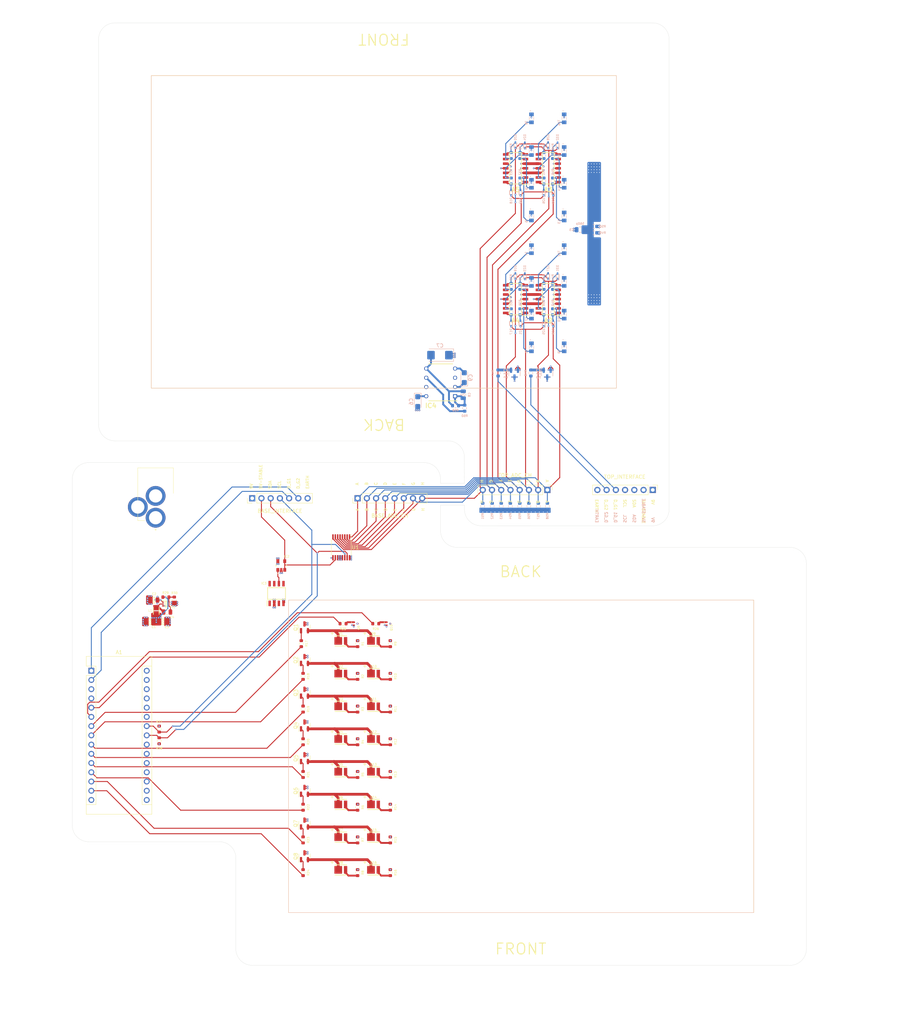
<source format=kicad_pcb>
(kicad_pcb (version 20211014) (generator pcbnew)
  (layers (0 "F.Cu" signal) (1 "In1.Cu" power "Earth") (2 "In2.Cu" power "Power") (31 "B.Cu" signal) (34 "B.Paste" user) (35 "F.Paste" user) (36 "B.SilkS" user "B.Silkscreen") (37 "F.SilkS" user "F.Silkscreen") (38 "B.Mask" user) (39 "F.Mask" user) (44 "Edge.Cuts" user))
  (net 0 "")
  (net 1 "D_G2")
  (net 2 "D_G1")
  (net 4 "Earth")
  (net 5 "G1")
  (net 6 "GA")
  (net 7 "GB")
  (net 8 "GC")
  (net 9 "GD")
  (net 10 "GE")
  (net 11 "GF")
  (net 12 "GG")
  (net 13 "GH")
  (net 22 "SDA")
  (net 23 "SCL")
  (net 28 "+5V")
  (net 29 "DA")
  (net 30 "Net-(D1-Pad2)")
  (net 31 "Net-(D2-Pad2)")
  (net 32 "DB")
  (net 33 "Net-(D3-Pad2)")
  (net 34 "Net-(D4-Pad2)")
  (net 35 "DC")
  (net 36 "Net-(D5-Pad2)")
  (net 37 "Net-(D6-Pad2)")
  (net 38 "DD")
  (net 39 "Net-(D7-Pad2)")
  (net 40 "Net-(D8-Pad2)")
  (net 41 "DE")
  (net 42 "Net-(D9-Pad2)")
  (net 43 "Net-(D10-Pad2)")
  (net 44 "DF")
  (net 45 "Net-(D11-Pad2)")
  (net 46 "Net-(D12-Pad2)")
  (net 47 "DG")
  (net 48 "Net-(D13-Pad2)")
  (net 49 "Net-(D14-Pad2)")
  (net 50 "DH")
  (net 51 "Net-(D15-Pad2)")
  (net 52 "Net-(D16-Pad2)")
  (net 53 "Net-(Q2-Pad1)")
  (net 54 "Net-(Q4-Pad1)")
  (net 55 "Net-(Q7-Pad1)")
  (net 56 "Net-(Q9-Pad1)")
  (net 57 "D1")
  (net 58 "D_D1")
  (net 59 "D_D2")
  (net 60 "D2")
  (net 61 "ADC_A")
  (net 62 "ADC_B")
  (net 63 "ADC_C")
  (net 64 "ADC_D")
  (net 65 "ADC_E")
  (net 66 "ADC_F")
  (net 67 "ADC_G")
  (net 68 "ADC_H")
  (net 69 "G2")
  (net 70 "SW")
  (net 71 "BST")
  (net 72 "+9V")
  (net 74 "FB")
  (net 75 "5VSTABLE")
  (net 76 "5VSTABLE_TOP")
  (net 77 "D_G1_T")
  (net 78 "D_G2_T")
  (net 79 "GND")
  (net 80 "9V_TOP")
  (net 81 "SDA_TOP")
  (net 82 "SCL_TOP")
  (net 83 "100mV")
  (net 84 "Net-(A2-Pad13)")
  (net 85 "Net-(A3-Pad2)")
  (net 86 "Net-(A3-Pad6)")
  (net 87 "Net-(A3-Pad13)")
  (net 88 "Net-(A4-Pad6)")
  (net 89 "Net-(A5-Pad6)")
  (net 90 "Net-(A5-Pad13)")
  (net 91 "Net-(IC2-Pad1)")
  (net 97 "Net-(Q12-Pad1)")
  (net 98 "Net-(Q11-Pad1)")
  (net 99 "Net-(Q8-Pad1)")
  (net 100 "Net-(Q6-Pad1)")
  (net 101 "Net-(Q5-Pad1)")
  (net 102 "Net-(Q3-Pad1)")
  (net 103 "Net-(Q10-Pad1)")
  (net 104 "Net-(Q1-Pad1)")
  (net 105 "Net-(A5-Pad9)")
  (net 106 "Net-(A5-Pad2)")
  (net 107 "Net-(A4-Pad9)")
  (net 108 "Net-(A4-Pad2)")
  (net 109 "Net-(A4-Pad13)")
  (net 110 "Net-(A3-Pad9)")
  (net 111 "Net-(A2-Pad9)")
  (net 112 "Net-(A2-Pad6)")
  (net 113 "Net-(A2-Pad2)")
  (net 114 "/OA")
  (net 115 "/OB")
  (net 116 "/OD")
  (net 117 "/OC")
  (net 118 "/OE")
  (net 119 "/OF")
  (net 120 "/OH")
  (net 121 "/OG")
  (net 122 "/OA2")
  (net 123 "/OB2")
  (net 124 "/OD2")
  (net 125 "/OC2")
  (net 126 "/OE2")
  (net 127 "/OF2")
  (net 128 "/OH2")
  (net 129 "/OG2")
  (net 130 "-5V")
  (net 131 "Net-(C8-Pad1)")
  (net 132 "Net-(IC4-Pad6)")
  (net 134 "Net-(C9-Pad2)")
  (net 135 "Net-(C9-Pad1)")
  (footprint "Resistor_SMD:R_0603_1608Metric" (layer "F.Cu") (at 204.75 234.1 90)
    (fp_text reference "R30")
    (fp_text value "10k")
  )
  (footprint "Capacitor_SMD:C_0805_2012Metric" (layer "F.Cu") (at 199.2 234.1)
    (fp_text reference "C2")
    (fp_text value "10uF")
  )
  (footprint "Connector_PinHeader_2.54mm:PinHeader_1x08_P2.54mm_Vertical" (layer "F.Cu") (at 255.2 206.1 90)
    (fp_text reference "J3" hide)
    (fp_text value "BASE_ADC_CH")
  )
  (footprint "MountingHole:MountingHole_2.5mm" (layer "F.Cu") (at 226.2 224.1)
    (fp_text reference "H1" hide)
    (fp_text value "MountingHole")
  )
  (footprint "SamacSys_Parts:GRJTLPS123G7H4451150R33" (layer "F.Cu") (at 259.58 272.34)
    (fp_text reference "D12")
    (fp_text value "GR_JTLPS1.23-G7H4-45-1-150-R33" hide)
  )
  (footprint "SamacSys_Parts:GRJTLPS123G7H4451150R33" (layer "F.Cu") (at 259.58 263.34)
    (fp_text reference "D11")
    (fp_text value "GR_JTLPS1.23-G7H4-45-1-150-R33" hide)
  )
  (footprint "Resistor_SMD:R_0603_1608Metric" (layer "F.Cu") (at 255.2 300.1 -90)
    (fp_text reference "R7")
    (fp_text value "51R1")
  )
  (footprint "Resistor_SMD:R_0603_1608Metric" (layer "F.Cu") (at 240.2 264.1 -90)
    (fp_text reference "R19")
    (fp_text value "150")
  )
  (footprint "Capacitor_SMD:C_0805_2012Metric" (layer "F.Cu") (at 202.75 237.4)
    (fp_text reference "C4")
    (fp_text value "100nF" hide)
  )
  (footprint "Resistor_SMD:R_0603_1608Metric" (layer "F.Cu") (at 264.2 300.1 -90)
    (fp_text reference "R15")
    (fp_text value "51R1")
  )
  (footprint "Capacitor_SMD:C_0805_2012Metric" (layer "F.Cu") (at 201.55 240 180)
    (fp_text reference "C3")
    (fp_text value "22uF")
  )
  (footprint "Resistor_SMD:R_0603_1608Metric" (layer "F.Cu") (at 255.2 291.1 -90)
    (fp_text reference "R6")
    (fp_text value "51R1")
  )
  (footprint "Resistor_SMD:R_0603_1608Metric" (layer "F.Cu") (at 264.2 273.1 -90)
    (fp_text reference "R12")
    (fp_text value "51R1")
  )
  (footprint "SamacSys_Parts:SOIC127P600X175-14N" (layer "F.Cu") (at 307.671751 115.3 180)
    (fp_text reference "A3")
    (fp_text value "TL074IDT" hide)
  )
  (footprint "Resistor_SMD:R_0603_1608Metric" (layer "F.Cu") (at 240.2 300.1 -90)
    (fp_text reference "R23")
    (fp_text value "150")
  )
  (footprint "Resistor_SMD:R_0603_1608Metric" (layer "F.Cu") (at 264.2 291.1 -90)
    (fp_text reference "R14")
    (fp_text value "51R1")
  )
  (footprint "Resistor_SMD:R_0603_1608Metric" (layer "F.Cu") (at 264.2 246.1 -90)
    (fp_text reference "R9")
    (fp_text value "51R1")
  )
  (footprint "SamacSys_Parts:GRJTLPS123G7H4451150R33" (layer "F.Cu") (at 250.58 272.34)
    (fp_text reference "D4")
    (fp_text value "GR_JTLPS1.23-G7H4-45-1-150-R33" hide)
  )
  (footprint "SamacSys_Parts:GRJTLPS123G7H4451150R33" (layer "F.Cu") (at 250.58 299.34)
    (fp_text reference "D7")
    (fp_text value "GR_JTLPS1.23-G7H4-45-1-150-R33" hide)
  )
  (footprint "Package_SO:TSSOP-16_4.4x5mm_P0.65mm" (layer "F.Cu") (at 250.7 219.6 -90)
    (fp_text reference "U1")
    (fp_text value "ADS7828")
  )
  (footprint "SamacSys_Parts:GRJTLPS123G7H4451150R33" (layer "F.Cu") (at 250.58 308.34)
    (fp_text reference "D8")
    (fp_text value "GR_JTLPS1.23-G7H4-45-1-150-R33" hide)
  )
  (footprint "SamacSys_Parts:NTK3134NT5G" (layer "F.Cu") (at 254.7 240.6 -90)
    (fp_text reference "Q9")
    (fp_text value "NTK3134NT5G" hide)
  )
  (footprint "Package_TO_SOT_SMD:SOT-23" (layer "F.Cu") (at 240.58 250.6 90)
    (fp_text reference "Q2")
    (fp_text value "NXV75UP")
  )
  (footprint "MountingHole:MountingHole_2.5mm" (layer "F.Cu") (at 374.2 224.1)
    (fp_text reference "H3" hide)
    (fp_text value "MountingHole")
  )
  (footprint "SamacSys_Parts:INDPM2016X100N" (layer "F.Cu") (at 199.8 237.05 -90)
    (fp_text reference "L1")
    (fp_text value "3.3uH" hide)
  )
  (footprint "SamacSys_Parts:TA75S558FLF" (layer "F.Cu") (at 234.2 224.6)
    (fp_text reference "IC2")
    (fp_text value "TA75S558F,LF" hide)
  )
  (footprint "Resistor_SMD:R_0603_1608Metric" (layer "F.Cu") (at 255.2 273.1 -90)
    (fp_text reference "R4")
    (fp_text value "51R1")
  )
  (footprint "Connector_PinHeader_2.54mm:PinHeader_1x08_P2.54mm_Vertical" (layer "F.Cu") (at 307.421751 203.8 -90)
    (fp_text reference "J5" hide)
    (fp_text value "TOP_ADC_CH")
  )
  (footprint "Resistor_SMD:R_0603_1608Metric" (layer "F.Cu") (at 240.2 291.1 -90)
    (fp_text reference "R22")
    (fp_text value "150")
  )
  (footprint "SamacSys_Parts:GRJTLPS123G7H4451150R33" (layer "F.Cu") (at 250.58 263.34)
    (fp_text reference "D3")
    (fp_text value "GR_JTLPS1.23-G7H4-45-1-150-R33" hide)
  )
  (footprint "Package_TO_SOT_SMD:SOT-23" (layer "F.Cu") (at 240.58 286.6 90)
    (fp_text reference "Q6")
    (fp_text value "NXV75UP")
  )
  (footprint "Resistor_SMD:R_0603_1608Metric" (layer "F.Cu") (at 240.2 255.1 -90)
    (fp_text reference "R18")
    (fp_text value "150")
  )
  (footprint "Resistor_SMD:R_0603_1608Metric" (layer "F.Cu") (at 240.2 282.1 -90)
    (fp_text reference "R21")
    (fp_text value "150")
  )
  (footprint "Resistor_SMD:R_0603_1608Metric" (layer "F.Cu") (at 200.6 272.825 -90)
    (fp_text reference "R28")
    (fp_text value "4.7k")
  )
  (footprint "SamacSys_Parts:SOIC127P600X175-14N" (layer "F.Cu") (at 298.671751 115.3 180)
    (fp_text reference "A5")
    (fp_text value "TL074IDT" hide)
  )
  (footprint "MountingHole:MountingHole_2.5mm" (layer "F.Cu") (at 226.2 330.1)
    (fp_text reference "H2" hide)
    (fp_text value "MountingHole")
  )
  (footprint "Package_TO_SOT_SMD:SOT-23" (layer "F.Cu") (at 240.58 259.6 90)
    (fp_text reference "Q3")
    (fp_text value "NXV75UP")
  )
  (footprint "Resistor_SMD:R_0603_1608Metric" (layer "F.Cu") (at 260.2 240.6 180)
    (fp_text reference "R26")
    (fp_text value "150")
  )
  (footprint "Package_TO_SOT_SMD:SOT-23" (layer "F.Cu") (at 240.58 268.6 90)
    (fp_text reference "Q4")
    (fp_text value "NXV75UP")
  )
  (footprint "SamacSys_Parts:GRJTLPS123G7H4451150R33" (layer "F.Cu") (at 250.58 281.34)
    (fp_text reference "D5")
    (fp_text value "GR_JTLPS1.23-G7H4-45-1-150-R33" hide)
  )
  (footprint "Resistor_SMD:R_0603_1608Metric" (layer "F.Cu") (at 200.6 269.6 90)
    (fp_text reference "R27")
    (fp_text value "4.7k")
  )
  (footprint "Package_TO_SOT_SMD:SOT-23" (layer "F.Cu") (at 240.58 304.6 90)
    (fp_text reference "Q8")
    (fp_text value "NXV75UP")
  )
  (footprint "Resistor_SMD:R_0603_1608Metric" (layer "F.Cu") (at 251.2 240.6 180)
    (fp_text reference "R25")
    (fp_text value "150")
  )
  (footprint "Connector_PinHeader_2.54mm:PinHeader_1x07_P2.54mm_Vertical" (layer "F.Cu") (at 336.421751 203.8 -90)
    (fp_text reference "J4" hide)
    (fp_text value "TOP_INTERFACE")
  )
  (footprint "Resistor_SMD:R_0603_1608Metric" (layer "F.Cu") (at 240.2 273.1 -90)
    (fp_text reference "R20")
    (fp_text value "150")
  )
  (footprint "SamacSys_Parts:GRJTLPS123G7H4451150R33" (layer "F.Cu") (at 259.58 254.34)
    (fp_text reference "D10")
    (fp_text value "GR_JTLPS1.23-G7H4-45-1-150-R33" hide)
  )
  (footprint "SamacSys_Parts:SOIC127P600X175-14N" (layer "F.Cu") (at 307.671751 151.3 180)
    (fp_text reference "A2")
    (fp_text value "TL074IDT" hide)
  )
  (footprint "SamacSys_Parts:GRJTLPS123G7H4451150R33" (layer "F.Cu") (at 250.58 254.34)
    (fp_text reference "D2")
    (fp_text value "GR_JTLPS1.23-G7H4-45-1-150-R33" hide)
  )
  (footprint "SamacSys_Parts:GRJTLPS123G7H4451150R33" (layer "F.Cu") (at 259.58 281.34)
    (fp_text reference "D13")
    (fp_text value "GR_JTLPS1.23-G7H4-45-1-150-R33" hide)
  )
  (footprint "SamacSys_Parts:NTK3134NT5G" (layer "F.Cu") (at 263.7 240.6 -90)
    (fp_text reference "Q10")
    (fp_text value "NTK3134NT5G" hide)
  )
  (footprint "Capacitor_SMD:C_0805_2012Metric" (layer "F.Cu") (at 198.05 240)
    (fp_text reference "C1")
    (fp_text value "22uF")
  )
  (footprint "Resistor_SMD:R_0603_1608Metric" (layer "F.Cu") (at 255.2 264.1 -90)
    (fp_text reference "R3")
    (fp_text value "51R1")
  )
  (footprint "SamacSys_Parts:GRJTLPS123G7H4451150R33" (layer "F.Cu") (at 259.58 290.34)
    (fp_text reference "D14")
    (fp_text value "GR_JTLPS1.23-G7H4-45-1-150-R33" hide)
  )
  (footprint "SamacSys_Parts:GRJTLPS123G7H4451150R33" (layer "F.Cu") (at 259.58 245.34)
    (fp_text reference "D9")
    (fp_text value "GR_JTLPS1.23-G7H4-45-1-150-R33" hide)
  )
  (footprint "Resistor_SMD:R_0603_1608Metric" (layer "F.Cu") (at 255.2 255.1 -90)
    (fp_text reference "R2")
    (fp_text value "51R1")
  )
  (footprint "Resistor_SMD:R_0603_1608Metric" (layer "F.Cu") (at 264.2 282.1 -90)
    (fp_text reference "R13")
    (fp_text value "51R1")
  )
  (footprint "SamacSys_Parts:GRJTLPS123G7H4451150R33" (layer "F.Cu") (at 250.58 290.34)
    (fp_text reference "D6")
    (fp_text value "GR_JTLPS1.23-G7H4-45-1-150-R33" hide)
  )
  (footprint "Resistor_SMD:R_0603_1608Metric" (layer "F.Cu") (at 264.2 264.1 -90)
    (fp_text reference "R11")
    (fp_text value "51R1")
  )
  (footprint "Module:Arduino_Nano" (layer "F.Cu") (at 181.935028 253.55)
    (fp_text reference "A1")
    (fp_text value "Arduino_Nano_v3.x")
  )
  (footprint "SamacSys_Parts:GRJTLPS123G7H4451150R33" (layer "F.Cu") (at 259.58 308.34)
    (fp_text reference "D16")
    (fp_text value "GR_JTLPS1.23-G7H4-45-1-150-R33" hide)
  )
  (footprint "Resistor_SMD:R_0603_1608Metric" (layer "F.Cu") (at 255.2 282.1 -90)
    (fp_text reference "R5")
    (fp_text value "51R1")
  )
  (footprint "Resistor_SMD:R_0603_1608Metric" (layer "F.Cu") (at 202.45 233.3 180)
    (fp_text reference "R29")
    (fp_text value "52.3k")
  )
  (footprint "SamacSys_Parts:SOTFL50P162X60-6N" (layer "F.Cu") (at 202.466 235.2)
    (fp_text reference "IC1")
    (fp_text value "AP62301Z6-7" hide)
  )
  (footprint "Resistor_SMD:R_0603_1608Metric" (layer "F.Cu") (at 255.2 246.1 -90)
    (fp_text reference "R1")
    (fp_text value "51R1")
  )
  (footprint "Connector_PinHeader_2.54mm:PinHeader_1x07_P2.54mm_Vertical" (layer "F.Cu") (at 226.2 206.1 90)
    (fp_text reference "J2" hide)
    (fp_text value "BASE_INTERFACE")
  )
  (footprint "SamacSys_Parts:DIP794W53P254L959H508Q8N" (layer "F.Cu") (at 278.051751 174.21 180)
    (fp_text reference "IC4")
    (fp_text value "LT1054IPE4" hide)
  )
  (footprint "Package_TO_SOT_SMD:SOT-23" (layer "F.Cu") (at 240.58 241.6 90)
    (fp_text reference "Q1")
    (fp_text value "NXV75UP")
  )
  (footprint "SamacSys_Parts:163179PHEX" (layer "F.Cu") (at 198.255 206.3 -90)
    (fp_text reference "J1" hide)
    (fp_text value "163-179PH-EX" hide)
  )
  (footprint "Resistor_SMD:R_0603_1608Metric" (layer "F.Cu") (at 240.2 309.1 -90)
    (fp_text reference "R24")
    (fp_text value "150")
  )
  (footprint "SamacSys_Parts:GRJTLPS123G7H4451150R33" (layer "F.Cu") (at 250.58 245.34)
    (fp_text reference "D1")
    (fp_text value "GR_JTLPS1.23-G7H4-45-1-150-R33" hide)
  )
  (footprint "Resistor_SMD:R_0603_1608Metric" (layer "F.Cu") (at 255.2 309.1 -90)
    (fp_text reference "R8")
    (fp_text value "51R1")
  )
  (footprint "Resistor_SMD:R_0603_1608Metric" (layer "F.Cu") (at 264.2 255.1 -90)
    (fp_text reference "R10")
    (fp_text value "51R1")
  )
  (footprint "Package_TO_SOT_SMD:SOT-23" (layer "F.Cu") (at 240.58 295.6 90)
    (fp_text reference "Q7")
    (fp_text value "NXV75UP")
  )
  (footprint "SamacSys_Parts:SOIC127P600X175-14N" (layer "F.Cu") (at 298.671751 151.3 180)
    (fp_text reference "A4")
    (fp_text value "TL074IDT" hide)
  )
  (footprint "SamacSys_Parts:SOIC127P600X175-8N" (layer "F.Cu") (at 232.9 232.3 90)
    (fp_text reference "IC3")
    (fp_text value "ADR4550BRZ" hide)
  )
  (footprint "Package_TO_SOT_SMD:SOT-23" (layer "F.Cu") (at 240.58 277.6 90)
    (fp_text reference "Q5")
    (fp_text value "NXV75UP")
  )
  (footprint "Resistor_SMD:R_0603_1608Metric" (layer "F.Cu") (at 239.7 246.1 -90)
    (fp_text reference "R17")
    (fp_text value "150")
  )
  (footprint "SamacSys_Parts:GRJTLPS123G7H4451150R33" (layer "F.Cu") (at 259.58 299.34)
    (fp_text reference "D15")
    (fp_text value "GR_JTLPS1.23-G7H4-45-1-150-R33" hide)
  )
  (footprint "MountingHole:MountingHole_2.5mm" (layer "F.Cu") (at 374.2 330.1)
    (fp_text reference "H4" hide)
    (fp_text value "MountingHole")
  )
  (footprint "Resistor_SMD:R_0603_1608Metric" (layer "F.Cu") (at 264.2 309.1 -90)
    (fp_text reference "R16")
    (fp_text value "51R1")
  )
  (footprint "SamacSys_Parts:SFH2716" (layer "B.Cu") (at 303.041751 101.56 -90)
    (fp_text reference "T8")
    (fp_text value "SFH2716 A01" hide)
  )
  (footprint "Resistor_SMD:R_0603_1608Metric" (layer "B.Cu") (at 297.421751 111.8 90)
    (fp_text reference "R34")
    (fp_text value "2M55")
  )
  (footprint "SamacSys_Parts:SODFL1608X70N" (layer "B.Cu") (at 306.421751 158 90)
    (fp_text reference "D25")
    (fp_text value "RB521S30T5G" hide)
  )
  (footprint "MountingHole:MountingHole_2.5mm" (layer "B.Cu") (at 336.421751 185.8)
    (fp_text reference "H7" hide)
    (fp_text value "MountingHole")
  )
  (footprint "Resistor_SMD:R_0603_1608Metric" (layer "B.Cu") (at 307.421751 208.3 90)
    (fp_text reference "R58")
    (fp_text value "10k")
  )
  (footprint "SamacSys_Parts:SODFL1608X70N" (layer "B.Cu") (at 297.421751 122 90)
    (fp_text reference "D18")
    (fp_text value "RB521S30T5G" hide)
  )
  (footprint "Resistor_SMD:R_0603_1608Metric" (layer "B.Cu") (at 297.221751 208.3 90)
    (fp_text reference "R54")
    (fp_text value "10k")
  )
  (footprint "SamacSys_Parts:SODFL1608X70N" (layer "B.Cu") (at 300.021751 158 90)
    (fp_text reference "D21")
    (fp_text value "RB521S30T5G" hide)
  )
  (footprint "SamacSys_Parts:SODFL1608X70N" (layer "B.Cu") (at 310.221751 145 90)
    (fp_text reference "D31")
    (fp_text value "RB521S30T5G" hide)
  )
  (footprint "SamacSys_Parts:SFH2716" (layer "B.Cu") (at 303.041751 164.56 -90)
    (fp_text reference "T1")
    (fp_text value "SFH2716 A01" hide)
  )
  (footprint "Capacitor_SMD:C_0805_2012Metric" (layer "B.Cu") (at 316.421751 132.2)
    (fp_text reference "C5")
    (fp_text value "560p")
  )
  (footprint "Capacitor_SMD:C_0805_2012Metric" (layer "B.Cu") (at 284.251751 177.61 90)
    (fp_text reference "C8")
    (fp_text value "2n")
  )
  (footprint "SamacSys_Parts:SFH2716" (layer "B.Cu") (at 312.041751 164.56 -90)
    (fp_text reference "T9")
    (fp_text value "SFH2716 A01" hide)
  )
  (footprint "Resistor_SMD:R_0603_1608Metric" (layer "B.Cu") (at 293.871751 171.625 -90)
    (fp_text reference "R47")
    (fp_text value "150")
  )
  (footprint "MountingHole:MountingHole_2.5mm" (layer "B.Cu") (at 188.421751 185.8)
    (fp_text reference "H5" hide)
    (fp_text value "MountingHole")
  )
  (footprint "SamacSys_Parts:SFH2716" (layer "B.Cu") (at 303.041751 137.56 -90)
    (fp_text reference "T4")
    (fp_text value "SFH2716 A01" hide)
  )
  (footprint "SamacSys_Parts:SODFL1608X70N" (layer "B.Cu") (at 309.021751 158 90)
    (fp_text reference "D29")
    (fp_text value "RB521S30T5G" hide)
  )
  (footprint "SamacSys_Parts:SFH2716" (layer "B.Cu") (at 303.041751 128.56 -90)
    (fp_text reference "T5")
    (fp_text value "SFH2716 A01" hide)
  )
  (footprint "Resistor_SMD:R_0603_1608Metric" (layer "B.Cu") (at 299.921751 118.8 -90)
    (fp_text reference "R37")
    (fp_text value "2M55")
  )
  (footprint "Resistor_SMD:R_0603_1608Metric" (layer "B.Cu") (at 320.171751 131.3)
    (fp_text reference "R50")
    (fp_text value "1k1")
  )
  (footprint "Package_TO_SOT_SMD:SOT-23" (layer "B.Cu") (at 298.371751 171.8 -90)
    (fp_text reference "Q11")
    (fp_text value "NXV75UP")
  )
  (footprint "Resistor_SMD:R_0603_1608Metric" (layer "B.Cu") (at 299.921751 111.8 -90)
    (fp_text reference "R38")
    (fp_text value "2M55")
  )
  (footprint "SamacSys_Parts:SFH2716" (layer "B.Cu") (at 312.041751 128.56 -90)
    (fp_text reference "T13")
    (fp_text value "SFH2716 A01" hide)
  )
  (footprint "SamacSys_Parts:SFH2716" (layer "B.Cu") (at 303.041751 146.56 -90)
    (fp_text reference "T3")
    (fp_text value "SFH2716 A01" hide)
  )
  (footprint "Resistor_SMD:R_0603_1608Metric" (layer "B.Cu") (at 308.921751 118.8 -90)
    (fp_text reference "R45")
    (fp_text value "2M55")
  )
  (footprint "Resistor_SMD:R_0603_1608Metric" (layer "B.Cu") (at 306.421751 118.8 90)
    (fp_text reference "R41")
    (fp_text value "2M55")
  )
  (footprint "Resistor_SMD:R_0603_1608Metric" (layer "B.Cu") (at 304.921751 208.3 90)
    (fp_text reference "R57")
    (fp_text value "10k")
  )
  (footprint "Resistor_SMD:R_0603_1608Metric" (layer "B.Cu") (at 306.421751 154.8 90)
    (fp_text reference "R39")
    (fp_text value "2M55")
  )
  (footprint "Resistor_SMD:R_0603_1608Metric" (layer "B.Cu") (at 302.871751 171.625 -90)
    (fp_text reference "R48")
    (fp_text value "150")
  )
  (footprint "SamacSys_Parts:SODFL1608X70N" (layer "B.Cu") (at 306.421751 122 90)
    (fp_text reference "D26")
    (fp_text value "RB521S30T5G" hide)
  )
  (footprint "MountingHole:MountingHole_2.5mm" (layer "B.Cu") (at 336.421751 79.8)
    (fp_text reference "H8" hide)
    (fp_text value "MountingHole")
  )
  (footprint "SamacSys_Parts:SODFL1608X70N" (layer "B.Cu") (at 297.421751 158 90)
    (fp_text reference "D17")
    (fp_text value "RB521S30T5G" hide)
  )
  (footprint "SamacSys_Parts:SODFL1608X70N" (layer "B.Cu") (at 298.621751 144.95 90)
    (fp_text reference "D19")
    (fp_text value "RB521S30T5G" hide)
  )
  (footprint "SamacSys_Parts:SODFL1608X70N" (layer "B.Cu") (at 310.221751 109 90)
    (fp_text reference "D32")
    (fp_text value "RB521S30T5G" hide)
  )
  (footprint "SamacSys_Parts:SFH2716" (layer "B.Cu") (at 303.041751 119.56 -90)
    (fp_text reference "T6")
    (fp_text value "SFH2716 A01" hide)
  )
  (footprint "SamacSys_Parts:SFH2716" (layer "B.Cu") (at 312.041751 110.56 -90)
    (fp_text reference "T15")
    (fp_text value "SFH2716 A01" hide)
  )
  (footprint "SamacSys_Parts:SFH2716" (layer "B.Cu") (at 312.041751 155.56 -90)
    (fp_text reference "T10")
    (fp_text value "SFH2716 A01" hide)
  )
  (footprint "Resistor_SMD:R_0603_1608Metric" (layer "B.Cu") (at 292.221751 208.3 90)
    (fp_text reference "R52")
    (fp_text value "10k")
  )
  (footprint "Resistor_SMD:R_0603_1608Metric" (layer "B.Cu") (at 299.821751 208.3 90)
    (fp_text reference "R55")
    (fp_text value "10k")
  )
  (footprint "Resistor_SMD:R_0603_1608Metric" (layer "B.Cu") (at 299.921751 147.8 -90)
    (fp_text reference "R36")
    (fp_text value "2M55")
  )
  (footprint "Resistor_SMD:R_0603_1608Metric" (layer "B.Cu") (at 299.921751 154.8 -90)
    (fp_text reference "R35")
    (fp_text value "2M55")
  )
  (footprint "Resistor_SMD:R_0603_1608Metric" (layer "B.Cu") (at 297.421751 154.8 90)
    (fp_text reference "R31")
    (fp_text value "2M55")
  )
  (footprint "Resistor_SMD:R_0603_1608Metric" (layer "B.Cu") (at 282.151751 180.61 180)
    (fp_text reference "R59")
    (fp_text value "102k")
  )
  (footprint "Resistor_SMD:R_0603_1608Metric" (layer "B.Cu") (at 302.321751 208.3 90)
    (fp_text reference "R56")
    (fp_text value "10k")
  )
  (footprint "Resistor_SMD:R_0603_1608Metric" (layer "B.Cu") (at 294.721751 208.3 90)
    (fp_text reference "R53")
    (fp_text value "10k")
  )
  (footprint "SamacSys_Parts:SODFL1608X70N" (layer "B.Cu") (at 298.621751 108.95 90)
    (fp_text reference "D20")
    (fp_text value "RB521S30T5G" hide)
  )
  (footprint "SamacSys_Parts:SODFL1608X70N" (layer "B.Cu") (at 307.621751 108.95 90)
    (fp_text reference "D28")
    (fp_text value "RB521S30T5G" hide)
  )
  (footprint "SamacSys_Parts:SODFL1608X70N" (layer "B.Cu") (at 307.621751 144.95 90)
    (fp_text reference "D27")
    (fp_text value "RB521S30T5G" hide)
  )
  (footprint "Resistor_SMD:R_0603_1608Metric" (layer "B.Cu") (at 308.921751 111.8 -90)
    (fp_text reference "R46")
    (fp_text value "2M55")
  )
  (footprint "SamacSys_Parts:SODFL1608X70N" (layer "B.Cu") (at 301.221751 109 90)
    (fp_text reference "D24")
    (fp_text value "RB521S30T5G" hide)
  )
  (footprint "SamacSys_Parts:SODFL1608X70N" (layer "B.Cu") (at 301.221751 145 90)
    (fp_text reference "D23")
    (fp_text value "RB521S30T5G" hide)
  )
  (footprint "Capacitor_Tantalum_SMD:CP_EIA-3216-10_Kemet-I" (layer "B.Cu") (at 284.551751 172.91 90)
    (fp_text reference "C9")
    (fp_text value "10uF")
  )
  (footprint "Resistor_SMD:R_0603_1608Metric" (layer "B.Cu") (at 308.921751 154.8 -90)
    (fp_text reference "R43")
    (fp_text value "2M55")
  )
  (footprint "SamacSys_Parts:SFH2716" (layer "B.Cu") (at 312.041751 137.56 -90)
    (fp_text reference "T12")
    (fp_text value "SFH2716 A01" hide)
  )
  (footprint "Resistor_SMD:R_0603_1608Metric" (layer "B.Cu") (at 284.651751 181.31 -90)
    (fp_text reference "R60")
    (fp_text value "20k")
  )
  (footprint "Capacitor_Tantalum_SMD:CP_EIA-3216-10_Kemet-I" (layer "B.Cu") (at 271.751751 179.51 -90)
    (fp_text reference "C6")
    (fp_text value "10uF")
  )
  (footprint "Resistor_SMD:R_0603_1608Metric" (layer "B.Cu") (at 320.171751 133.06 180)
    (fp_text reference "R49")
    (fp_text value "88k7")
  )
  (footprint "Resistor_SMD:R_0603_1608Metric" (layer "B.Cu") (at 306.421751 147.8 90)
    (fp_text reference "R40")
    (fp_text value "2M55")
  )
  (footprint "SamacSys_Parts:SFH2716" (layer "B.Cu") (at 303.041751 155.56 -90)
    (fp_text reference "T2")
    (fp_text value "SFH2716 A01" hide)
  )
  (footprint "MountingHole:MountingHole_2.5mm" (layer "B.Cu") (at 188.421751 79.8)
    (fp_text reference "H6" hide)
    (fp_text value "MountingHole")
  )
  (footprint "SamacSys_Parts:SFH2716" (layer "B.Cu") (at 312.041751 146.56 -90)
    (fp_text reference "T11")
    (fp_text value "SFH2716 A01" hide)
  )
  (footprint "Resistor_SMD:R_0603_1608Metric" (layer "B.Cu") (at 297.421751 118.8 90)
    (fp_text reference "R33")
    (fp_text value "2M55")
  )
  (footprint "SamacSys_Parts:SFH2716" (layer "B.Cu") (at 303.041751 110.56 -90)
    (fp_text reference "T7")
    (fp_text value "SFH2716 A01" hide)
  )
  (footprint "Resistor_SMD:R_0603_1608Metric" (layer "B.Cu") (at 306.421751 111.8 90)
    (fp_text reference "R42")
    (fp_text value "2M55")
  )
  (footprint "SamacSys_Parts:SFH2716" (layer "B.Cu") (at 312.041751 119.56 -90)
    (fp_text reference "T14")
    (fp_text value "SFH2716 A01" hide)
  )
  (footprint "Capacitor_Tantalum_SMD:CP_EIA-6032-15_Kemet-U" (layer "B.Cu") (at 277.851751 166.71 180)
    (fp_text reference "C7")
    (fp_text value "100uF")
  )
  (footprint "Resistor_SMD:R_0603_1608Metric" (layer "B.Cu") (at 308.921751 147.8 -90)
    (fp_text reference "R44")
    (fp_text value "2M55")
  )
  (footprint "SamacSys_Parts:SFH2716" (layer "B.Cu") (at 312.041751 101.56 -90)
    (fp_text reference "T16")
    (fp_text value "SFH2716 A01" hide)
  )
  (footprint "SamacSys_Parts:SODFL1608X70N" (layer "B.Cu") (at 300.021751 122 90)
    (fp_text reference "D22")
    (fp_text value "RB521S30T5G" hide)
  )
  (footprint "Resistor_SMD:R_0603_1608Metric" (layer "B.Cu") (at 297.421751 147.8 90)
    (fp_text reference "R32")
    (fp_text value "2M55")
  )
  (footprint "SamacSys_Parts:SODFL1608X70N" (layer "B.Cu") (at 309.021751 122 90)
    (fp_text reference "D30")
    (fp_text value "RB521S30T5G" hide)
  )
  (footprint "Package_TO_SOT_SMD:SOT-23" (layer "B.Cu") (at 307.371751 171.8 -90)
    (fp_text reference "Q12")
    (fp_text value "NXV75UP")
  )
  (footprint "Resistor_SMD:R_0603_1608Metric" (layer "B.Cu") (at 289.621751 208.3 90)
    (fp_text reference "R51")
    (fp_text value "10k")
  )
  (gr_rect (start 326.421751 175.8) (end 198.421751 89.8) (layer "B.SilkS") (width 0.1) (fill none))
  (gr_rect (start 236.2 234.1) (end 364.2 320.1) (layer "B.SilkS") (width 0.1) (fill none))
  (gr_rect (start 326.421751 175.8) (end 198.421751 89.8) (layer "F.SilkS") (width 0.1) (fill none))
  (gr_rect (start 236.2 234.1) (end 364.2 320.1) (layer "F.SilkS") (width 0.1) (fill none))
  (gr_line (start 378.7 330.1) (end 378.7 224.1) (layer "Edge.Cuts") (width 0.05))
  (gr_line (start 284.588249 194.8) (end 284.603732 202) (layer "Edge.Cuts") (width 0.05))
  (gr_line (start 273.518019 196.281981) (end 181.2 196.281981) (layer "Edge.Cuts") (width 0.05))
  (gr_line (start 278.018019 208) (end 284.603732 208) (layer "Edge.Cuts") (width 0.05))
  (gr_arc (start 378.7 330.1) (mid 377.381981 333.281981) (end 374.2 334.6) (layer "Edge.Cuts") (width 0.05))
  (gr_line (start 188.421751 190.3) (end 280.088249 190.3) (layer "Edge.Cuts") (width 0.05))
  (gr_line (start 374.2 219.6) (end 282.533502 219.6) (layer "Edge.Cuts") (width 0.05))
  (gr_line (start 226.2 334.6) (end 374.2 334.6) (layer "Edge.Cuts") (width 0.05))
  (gr_arc (start 181.2 300.6) (mid 178.018019 299.281981) (end 176.7 296.1) (layer "Edge.Cuts") (width 0.05))
  (gr_line (start 278.018019 200.781981) (end 278.018019 202) (layer "Edge.Cuts") (width 0.05))
  (gr_arc (start 188.421751 190.3) (mid 185.23977 188.981981) (end 183.921751 185.8) (layer "Edge.Cuts") (width 0.05))
  (gr_arc (start 374.2 219.6) (mid 377.381981 220.918019) (end 378.7 224.1) (layer "Edge.Cuts") (width 0.05))
  (gr_arc (start 226.2 334.6) (mid 223.018019 333.281981) (end 221.7 330.1) (layer "Edge.Cuts") (width 0.05))
  (gr_line (start 340.921751 209.159009) (end 340.921751 79.8) (layer "Edge.Cuts") (width 0.05))
  (gr_line (start 181.2 300.6) (end 217.2 300.6) (layer "Edge.Cuts") (width 0.05))
  (gr_arc (start 176.7 200.781981) (mid 178.018019 197.6) (end 181.2 196.281981) (layer "Edge.Cuts") (width 0.05))
  (gr_arc (start 280.088249 190.3) (mid 283.270231 191.618019) (end 284.588249 194.8) (layer "Edge.Cuts") (width 0.05))
  (gr_arc (start 273.518019 196.281981) (mid 276.699994 197.600006) (end 278.018019 200.781981) (layer "Edge.Cuts") (width 0.05))
  (gr_line (start 336.421751 75.3) (end 188.421751 75.3) (layer "Edge.Cuts") (width 0.05))
  (gr_arc (start 183.921751 79.8) (mid 185.23977 76.618019) (end 188.421751 75.3) (layer "Edge.Cuts") (width 0.05))
  (gr_line (start 183.921751 79.8) (end 183.921751 185.8) (layer "Edge.Cuts") (width 0.05))
  (gr_arc (start 282.533502 219.6) (mid 279.35152 218.281981) (end 278.033502 215.1) (layer "Edge.Cuts") (width 0.05))
  (gr_line (start 176.7 200.781981) (end 176.7 296.1) (layer "Edge.Cuts") (width 0.05))
  (gr_line (start 278.018019 202) (end 284.603732 202) (layer "Edge.Cuts") (width 0.05))
  (gr_arc (start 217.2 300.6) (mid 220.381981 301.918019) (end 221.7 305.1) (layer "Edge.Cuts") (width 0.05))
  (gr_arc (start 289.103732 213.65) (mid 285.921764 212.331974) (end 284.603732 209.15) (layer "Edge.Cuts") (width 0.05))
  (gr_line (start 284.603732 209.15) (end 284.603732 208) (layer "Edge.Cuts") (width 0.05))
  (gr_arc (start 340.921751 209.159009) (mid 339.603728 212.340984) (end 336.421751 213.659009) (layer "Edge.Cuts") (width 0.05))
  (gr_line (start 278.033502 215.1) (end 278.018019 208) (layer "Edge.Cuts") (width 0.05))
  (gr_arc (start 336.421751 75.3) (mid 339.603732 76.618019) (end 340.921751 79.8) (layer "Edge.Cuts") (width 0.05))
  (gr_line (start 289.103732 213.65) (end 336.421751 213.659009) (layer "Edge.Cuts") (width 0.05))
  (gr_line (start 221.7 305.1) (end 221.7 330.1) (layer "Edge.Cuts") (width 0.05))
  (gr_text "9V\n\n5V-STABLE\n\nSDA\n\nSCL\n\nD_G1\n\nD_G2\n\nEARTH" (at 328.73169 212.9 270) (layer "B.SilkS") (effects (font (size 0.8 0.8)) (justify left mirror)))
  (gr_text "+" (at 248.2 243.2) (layer "F.SilkS") (effects (font (size 1 1)) (justify mirror)))
  (gr_text "A\n\nB\n\nC\n\nD\n\nE\n\nF\n\nG\n\nH\n" (at 298.321751 200.9 270) (layer "F.SilkS") (effects (font (size 0.8 0.8)) (justify left)))
  (gr_text "+" (at 248.2 270.2) (layer "F.SilkS") (effects (font (size 1 1)) (justify mirror)))
  (gr_text "+" (at 248.2 297.2) (layer "F.SilkS") (effects (font (size 1 1)) (justify mirror)))
  (gr_text "+" (at 248.2 279.2) (layer "F.SilkS") (effects (font (size 1 1)) (justify mirror)))
  (gr_text "+" (at 257.2 252.2) (layer "F.SilkS") (effects (font (size 1 1)) (justify mirror)))
  (gr_text "FRONT" (at 300.1 330.1) (layer "F.SilkS") (effects (font (size 3 3) (thickness 0.3))))
  (gr_text "+" (at 248.2 306.2) (layer "F.SilkS") (effects (font (size 1 1)) (justify mirror)))
  (gr_text "+" (at 257.2 288.2) (layer "F.SilkS") (effects (font (size 1 1)) (justify mirror)))
  (gr_text "BACK\n" (at 300.098958 226.3) (layer "F.SilkS") (effects (font (size 3 3) (thickness 0.3))))
  (gr_text "9V\n\n5V-STABLE\n\nSDA\n\nSCL\n\nD_G1\n\nD_G2\n\nEARTH" (at 233.7 203.6 90) (layer "F.SilkS") (effects (font (size 0.8 0.8)) (justify left)))
  (gr_text "+" (at 257.2 243.2) (layer "F.SilkS") (effects (font (size 1 1)) (justify mirror)))
  (gr_text "A\n\nB\n\nC\n\nD\n\nE\n\nF\n\nG\n\nH\n" (at 298.321751 206.6 270) (layer "F.SilkS") (effects (font (size 0.8 0.8)) (justify left)))
  (gr_text "A\n\nB\n\nC\n\nD\n\nE\n\nF\n\nG\n\nH" (at 264.2 209.7 90) (layer "F.SilkS") (effects (font (size 0.8 0.8)) (justify left)))
  (gr_text "+" (at 257.2 306.2) (layer "F.SilkS") (effects (font (size 1 1)) (justify mirror)))
  (gr_text "+" (at 248.2 252.2) (layer "F.SilkS") (effects (font (size 1 1)) (justify mirror)))
  (gr_text "9V\n\n5V-STABLE\n\nSDA\n\nSCL\n\nD_G1\n\nD_G2\n\nEARTH" (at 328.721751 206.3 270) (layer "F.SilkS") (effects (font (size 0.8 0.8)) (justify left)))
  (gr_text "+" (at 248.2 288.2) (layer "F.SilkS") (effects (font (size 1 1)) (justify mirror)))
  (gr_text "FRONT" (at 262.421751 79.8 180) (layer "F.SilkS") (effects (font (size 3 3) (thickness 0.3))))
  (gr_text "+" (at 257.2 270.2) (layer "F.SilkS") (effects (font (size 1 1)) (justify mirror)))
  (gr_text "+" (at 257.2 279.2) (layer "F.SilkS") (effects (font (size 1 1)) (justify mirror)))
  (gr_text "BACK" (at 262.460036 185.8 180) (layer "F.SilkS") (effects (font (size 3 3) (thickness 0.3))))
  (gr_text "A\n\nB\n\nC\n\nD\n\nE\n\nF\n\nG\n\nH\n" (at 264.1 202.6 90) (layer "F.SilkS") (effects (font (size 0.8 0.8)) (justify left)))
  (gr_text "+" (at 257.2 297.2) (layer "F.SilkS") (effects (font (size 1 1)) (justify mirror)))
  (gr_text "+" (at 257.2 261.2) (layer "F.SilkS") (effects (font (size 1 1)) (justify mirror)))
  (gr_text "+" (at 248.2 261.2) (layer "F.SilkS") (effects (font (size 1 1)) (justify mirror)))
  (segment (start 181.935028 241.719972) (end 220.655 203) (width 0.254) (layer "B.Cu") (net 1))
  (segment (start 181.935028 253.55) (end 181.935028 241.719972) (width 0.254) (layer "B.Cu") (net 1))
  (segment (start 235.8 203) (end 238.9 206.1) (width 0.254) (layer "B.Cu") (net 1))
  (segment (start 220.655 203) (end 235.8 203) (width 0.254) (layer "B.Cu") (net 1))
  (segment (start 234.46 204.2) (end 236.36 206.1) (width 0.254) (layer "B.Cu") (net 2))
  (segment (start 223.455 204.2) (end 234.46 204.2) (width 0.254) (layer "B.Cu") (net 2))
  (segment (start 181.935028 256.09) (end 184.655 253.370028) (width 0.254) (layer "B.Cu") (net 2))
  (segment (start 184.655 243) (end 223.455 204.2) (width 0.254) (layer "B.Cu") (net 2))
  (segment (start 184.655 253.370028) (end 184.655 243) (width 0.254) (layer "B.Cu") (net 2))
  (segment (start 249.7625 222.5) (end 249.725 222.4625) (width 0.254) (layer "F.Cu") (net 4))
  (segment (start 263.155 241.055) (end 263.21 241) (width 0.254) (layer "F.Cu") (net 4))
  (segment (start 250.655 222.5) (end 250.4125 222.5) (width 0.254) (layer "F.Cu") (net 4))
  (segment (start 234.6175 234.8775) (end 234.8225 235.0825) (width 0.254) (layer "F.Cu") (net 4))
  (segment (start 254.155 241.055) (end 254.21 241) (width 0.254) (layer "F.Cu") (net 4))
  (segment (start 250.3375 222.5) (end 250.375 222.4625) (width 0.254) (layer "F.Cu") (net 4))
  (segment (start 250.055 222.5) (end 250.3375 222.5) (width 0.254) (layer "F.Cu") (net 4))
  (segment (start 250.655 222.0925) (end 251.025 222.4625) (width 0.254) (layer "F.Cu") (net 4))
  (segment (start 202.2 235.7) (end 201.632 235.7) (width 0.254) (layer "F.Cu") (net 4))
  (segment (start 250.655 223) (end 250.655 222.7425) (width 0.254) (layer "F.Cu") (net 4))
  (segment (start 248.3875 222.5) (end 248.425 222.4625) (width 0.254) (layer "F.Cu") (net 4))
  (segment (start 235.1175 234.7875) (end 234.8225 235.0825) (width 0.254) (layer "F.Cu") (net 4))
  (segment (start 254.155 241.4) (end 254.155 241.055) (width 0.254) (layer "F.Cu") (net 4))
  (segment (start 247.955 222.5) (end 248.3875 222.5) (width 0.254) (layer "F.Cu") (net 4))
  (segment (start 250.4125 222.5) (end 250.375 222.4625) (width 0.254) (layer "F.Cu") (net 4))
  (segment (start 250.055 222.1325) (end 249.725 222.4625) (width 0.254) (layer "F.Cu") (net 4))
  (segment (start 250.655 222) (end 250.655 222.0925) (width 0.254) (layer "F.Cu") (net 4))
  (segment (start 234.455 226.7) (end 234.455 226.055) (width 0.254) (layer "F.Cu") (net 4))
  (segment (start 233.955 226.7) (end 233.955 226.045) (width 0.254) (layer "F.Cu") (net 4))
  (segment (start 250.655 222.5) (end 250.9875 222.5) (width 0.254) (layer "F.Cu") (net 4))
  (segment (start 234.455 226.055) (end 234.2 225.8) (width 0.254) (layer "F.Cu") (net 4))
  (segment (start 250.055 222.1425) (end 250.375 222.4625) (width 0.254) (layer "F.Cu") (net 4))
  (segment (start 235.1175 233.9705) (end 235.1175 234.7875) (width 0.254) (layer "F.Cu") (net 4))
  (segment (start 250.055 223) (end 250.055 222.7925) (width 0.254) (layer "F.Cu") (net 4))
  (segment (start 233.955 226.045) (end 234.2 225.8) (width 0.254) (layer "F.Cu") (net 4))
  (segment (start 250.9875 222.5) (end 251.025 222.4625) (width 0.254) (layer "F.Cu") (net 4))
  (segment (start 262.655 241) (end 263.21 241) (width 0.254) (layer "F.Cu") (net 4))
  (segment (start 250.655 222) (end 250.655 222.1825) (width 0.254) (layer "F.Cu") (net 4))
  (segment (start 234.6175 233.9705) (end 234.6175 234.8775) (width 0.254) (layer "F.Cu") (net 4))
  (segment (start 263.155 241.4) (end 263.155 241.055) (width 0.254) (layer "F.Cu") (net 4))
  (segment (start 253.655 241) (end 254.21 241) (width 0.254) (layer "F.Cu") (net 4))
  (segment (start 250.655 223) (end 250.655 222.8325) (width 0.254) (layer "F.Cu") (net 4))
  (segment (start 250.655 222.8325) (end 251.025 222.4625) (width 0.254) (layer "F.Cu") (net 4))
  (segment (start 250.655 222.7425) (end 250.375 222.4625) (width 0.254) (layer "F.Cu") (net 4))
  (segment (start 250.055 222) (end 250.055 222.1425) (width 0.254) (layer "F.Cu") (net 4))
  (segment (start 250.055 222) (end 250.055 222.1325) (width 0.254) (layer "F.Cu") (net 4))
  (segment (start 250.655 222.1825) (end 250.375 222.4625) (width 0.254) (layer "F.Cu") (net 4))
  (segment (start 250.055 222.7825) (end 250.375 222.4625) (width 0.254) (layer "F.Cu") (net 4))
  (segment (start 250.055 222.7925) (end 249.725 222.4625) (width 0.254) (layer "F.Cu") (net 4))
  (segment (start 250.055 222.5) (end 249.7625 222.5) (width 0.254) (layer "F.Cu") (net 4))
  (segment (start 250.055 223) (end 250.055 222.7825) (width 0.254) (layer "F.Cu") (net 4))
  (via (at 197.2 238.9) (size 0.4572) (drill 0.2286) (layers "F.Cu" "B.Cu") (net 4))
  (via (at 204 234.7) (size 0.4572) (drill 0.2286) (layers "F.Cu" "B.Cu") (net 4))
  (via (at 205.6 235.3) (size 0.4572) (drill 0.2286) (layers "F.Cu" "B.Cu") (net 4))
  (via (at 234.6175 233.9705) (size 0.4572) (drill 0.2286) (layers "F.Cu" "B.Cu") (net 4))
  (via (at 197.8 235.2) (size 0.4572) (drill 0.2286) (layers "F.Cu" "B.Cu") (net 4))
  (via (at 203.6 239.3) (size 0.4572) (drill 0.2286) (layers "F.Cu" "B.Cu") (net 4))
  (via (at 203.2 241.1) (size 0.4572) (drill 0.2286) (layers "F.Cu" "B.Cu") (net 4))
  (via (at 196.6 241.1) (size 0.4572) (drill 0.2286) (layers "F.Cu" "B.Cu") (net 4))
  (via (at 197.4 233.6) (size 0.4572) (drill 0.2286) (layers "F.Cu" "B.Cu") (net 4))
  (via (at 234.455 226.7) (size 0.4572) (drill 0.2286) (layers "F.Cu" "B.Cu") (net 4))
  (via (at 197.2 241.1) (size 0.4572) (drill 0.2286) (layers "F.Cu" "B.Cu") (net 4))
  (via (at 233.955 226.7) (size 0.4572) (drill 0.2286) (layers "F.Cu" "B.Cu") (net 4))
  (via (at 202.6 241.1) (size 0.4572) (drill 0.2286) (layers "F.Cu" "B.Cu") (net 4))
  (via (at 250.055 222) (size 0.4572) (drill 0.2286) (layers "F.Cu" "B.Cu") (net 4))
  (via (at 196.2 240.1) (size 0.4572) (drill 0.2286) (layers "F.Cu" "B.Cu") (net 4))
  (via (at 196.2 239.5) (size 0.4572) (drill 0.2286) (layers "F.Cu" "B.Cu") (net 4))
  (via (at 203.6 239.9) (size 0.4572) (drill 0.2286) (layers "F.Cu" "B.Cu") (net 4))
  (via (at 250.655 222) (size 0.4572) (drill 0.2286) (layers "F.Cu" "B.Cu") (net 4))
  (via (at 197.4 234.8) (size 0.4572) (drill 0.2286) (layers "F.Cu" "B.Cu") (net 4))
  (via (at 203.6 240.5) (size 0.4572) (drill 0.2286) (layers "F.Cu" "B.Cu") (net 4))
  (via (at 202.6 238.9) (size 0.4572) (drill 0.2286) (layers "F.Cu" "B.Cu") (net 4))
  (via (at 262.655 241) (size 0.4572) (drill 0.2286) (layers "F.Cu" "B.Cu") (net 4))
  (via (at 247.955 222.5) (size 0.4572) (drill 0.2286) (layers "F.Cu" "B.Cu") (net 4))
  (via (at 198.4 235.2) (size 0.4572) (drill 0.2286) (layers "F.Cu" "B.Cu") (net 4))
  (via (at 250.655 222.5) (size 0.4572) (drill 0.2286) (layers "F.Cu" "B.Cu") (net 4))
  (via (at 196.6 238.9) (size 0.4572) (drill 0.2286) (layers "F.Cu" "B.Cu") (net 4))
  (via (at 250.055 222.5) (size 0.4572) (drill 0.2286) (layers "F.Cu" "B.Cu") (net 4))
  (via (at 263.155 241.4) (size 0.4572) (drill 0.2286) (layers "F.Cu" "B.Cu") (net 4))
  (via (at 204 235.3) (size 0.4572) (drill 0.2286) (layers "F.Cu" "B.Cu") (net 4))
  (via (at 205.1 235.7) (size 0.4572) (drill 0.2286) (layers "F.Cu" "B.Cu") (net 4))
  (via (at 250.055 223) (size 0.4572) (drill 0.2286) (layers "F.Cu" "B.Cu") (net 4))
  (via (at 197.4 234.2) (size 0.4572) (drill 0.2286) (layers "F.Cu" "B.Cu") (net 4))
  (via (at 254.155 241.4) (size 0.4572) (drill 0.2286) (layers "F.Cu" "B.Cu") (net 4))
  (via (at 203.2 238.9) (size 0.4572) (drill 0.2286) (layers "F.Cu" "B.Cu") (net 4))
  (via (at 253.655 241) (size 0.4572) (drill 0.2286) (layers "F.Cu" "B.Cu") (net 4))
  (via (at 197.8 233) (size 0.4572) (drill 0.2286) (layers "F.Cu" "B.Cu") (net 4))
  (via (at 202.2 235.7) (size 0.4572) (drill 0.2286) (layers "F.Cu" "B.Cu") (net 4))
  (via (at 196.2 240.7) (size 0.4572) (drill 0.2286) (layers "F.Cu" "B.Cu") (net 4))
  (via (at 250.655 223) (size 0.4572) (drill 0.2286) (layers "F.Cu" "B.Cu") (net 4))
  (via (at 204.5 235.7) (size 0.4572) (drill 0.2286) (layers "F.Cu" "B.Cu") (net 4))
  (via (at 205.6 234.7) (size 0.4572) (drill 0.2286) (layers "F.Cu" "B.Cu") (net 4))
  (via (at 235.1175 233.9705) (size 0.4572) (drill 0.2286) (layers "F.Cu" "B.Cu") (net 4))
  (via (at 198.4 233) (size 0.4572) (drill 0.2286) (layers "F.Cu" "B.Cu") (net 4))
  (segment (start 248.575 238.8) (end 250.375 240.6) (width 0.254) (layer "F.Cu") (net 5))
  (segment (start 228.1 249.8) (end 239.1 238.8) (width 0.254) (layer "F.Cu") (net 5))
  (segment (start 181.935028 263.71) (end 184.09 263.71) (width 0.254) (layer "F.Cu") (net 5))
  (segment (start 184.09 263.71) (end 198 249.8) (width 0.254) (layer "F.Cu") (net 5))
  (segment (start 239.1 238.8) (end 248.575 238.8) (width 0.254) (layer "F.Cu") (net 5))
  (segment (start 198 249.8) (end 228.1 249.8) (width 0.254) (layer "F.Cu") (net 5))
  (segment (start 181.935028 268.79) (end 185.725028 265) (width 0.254) (layer "F.Cu") (net 6))
  (segment (start 221.625 265) (end 239.7 246.925) (width 0.254) (layer "F.Cu") (net 6))
  (segment (start 185.725028 265) (end 221.625 265) (width 0.254) (layer "F.Cu") (net 6))
  (segment (start 181.935028 271.33) (end 185.665028 267.6) (width 0.254) (layer "F.Cu") (net 7))
  (segment (start 185.665028 267.6) (end 228.525 267.6) (width 0.254) (layer "F.Cu") (net 7))
  (segment (start 228.525 267.6) (end 240.2 255.925) (width 0.254) (layer "F.Cu") (net 7))
  (segment (start 230.239589 274.885411) (end 240.2 264.925) (width 0.254) (layer "F.Cu") (net 8))
  (segment (start 181.935028 273.87) (end 182.950439 274.885411) (width 0.254) (layer "F.Cu") (net 8))
  (segment (start 182.950439 274.885411) (end 230.239589 274.885411) (width 0.254) (layer "F.Cu") (net 8))
  (segment (start 182.950439 277.425411) (end 236.699589 277.425411) (width 0.254) (layer "F.Cu") (net 9))
  (segment (start 236.699589 277.425411) (end 240.2 273.925) (width 0.254) (layer "F.Cu") (net 9))
  (segment (start 181.935028 276.41) (end 182.950439 277.425411) (width 0.254) (layer "F.Cu") (net 9))
  (segment (start 181.935028 278.95) (end 182.950439 279.965411) (width 0.254) (layer "F.Cu") (net 10))
  (segment (start 237.240411 279.965411) (end 240.2 282.925) (width 0.254) (layer "F.Cu") (net 10))
  (segment (start 182.950439 279.965411) (end 237.240411 279.965411) (width 0.254) (layer "F.Cu") (net 10))
  (segment (start 183.459617 283.014589) (end 197.595626 283.014589) (width 0.254) (layer "F.Cu") (net 11))
  (segment (start 181.935028 281.49) (end 183.459617 283.014589) (width 0.254) (layer "F.Cu") (net 11))
  (segment (start 206.506037 291.925) (end 240.2 291.925) (width 0.254) (layer "F.Cu") (net 11))
  (segment (start 197.595626 283.014589) (end 206.506037 291.925) (width 0.254) (layer "F.Cu") (net 11))
  (segment (start 181.935028 284.03) (end 186.33 284.03) (width 0.254) (layer "F.Cu") (net 12))
  (segment (start 186.33 284.03) (end 199.2 296.9) (width 0.254) (layer "F.Cu") (net 12))
  (segment (start 236.175 296.9) (end 240.2 300.925) (width 0.254) (layer "F.Cu") (net 12))
  (segment (start 199.2 296.9) (end 236.175 296.9) (width 0.254) (layer "F.Cu") (net 12))
  (segment (start 186.17 286.57) (end 198 298.4) (width 0.254) (layer "F.Cu") (net 13))
  (segment (start 228.675 298.4) (end 240.2 309.925) (width 0.254) (layer "F.Cu") (net 13))
  (segment (start 181.935028 286.57) (end 186.17 286.57) (width 0.254) (layer "F.Cu") (net 13))
  (segment (start 198 298.4) (end 228.675 298.4) (width 0.254) (layer "F.Cu") (net 13))
  (segment (start 251.755 220.7) (end 252.325 221.27) (width 0.254) (layer "F.Cu") (net 22))
  (segment (start 231.28 208.38) (end 231.28 206.1) (width 0.254) (layer "F.Cu") (net 22))
  (segment (start 244.1 221.2) (end 231.28 208.38) (width 0.254) (layer "F.Cu") (net 22))
  (segment (start 197.175028 271.33) (end 199.93 271.33) (width 0.254) (layer "F.Cu") (net 22))
  (segment (start 244.1 221.2) (end 244.6 220.7) (width 0.254) (layer "F.Cu") (net 22))
  (segment (start 202.9 272) (end 200.6 272) (width 0.254) (layer "F.Cu") (net 22))
  (segment (start 199.93 271.33) (end 200.6 272) (width 0.254) (layer "F.Cu") (net 22))
  (segment (start 252.325 221.27) (end 252.325 222.4625) (width 0.254) (layer "F.Cu") (net 22))
  (segment (start 205.2 269.7) (end 202.9 272) (width 0.254) (layer "F.Cu") (net 22))
  (segment (start 244.6 220.7) (end 251.755 220.7) (width 0.254) (layer "F.Cu") (net 22))
  (via (at 244.1 221.2) (size 0.4572) (drill 0.2286) (layers "F.Cu" "B.Cu") (net 22))
  (via (at 205.2 269.7) (size 0.4572) (drill 0.2286) (layers "F.Cu" "B.Cu") (net 22))
  (segment (start 205.2 269.7) (end 207.355 269.7) (width 0.254) (layer "B.Cu") (net 22))
  (segment (start 244.1 232.955) (end 244.1 221.2) (width 0.254) (layer "B.Cu") (net 22))
  (segment (start 207.355 269.7) (end 244.1 232.955) (width 0.254) (layer "B.Cu") (net 22))
  (segment (start 251.7 222.4375) (end 251.675 222.4625) (width 0.254) (layer "F.Cu") (net 23))
  (segment (start 251.7 221.4) (end 251.7 222.4375) (width 0.254) (layer "F.Cu") (net 23))
  (segment (start 197.175028 268.79) (end 198.965 268.79) (width 0.254) (layer "F.Cu") (net 23))
  (segment (start 200.6 270.425) (end 202.675 270.425) (width 0.254) (layer "F.Cu") (net 23))
  (segment (start 202.675 270.425) (end 204.3 268.8) (width 0.254) (layer "F.Cu") (net 23))
  (segment (start 198.965 268.79) (end 200.6 270.425) (width 0.254) (layer "F.Cu") (net 23))
  (via (at 204.3 268.8) (size 0.4572) (drill 0.2286) (layers "F.Cu" "B.Cu") (net 23))
  (via (at 251.7 221.4) (size 0.4572) (drill 0.2286) (layers "F.Cu" "B.Cu") (net 23))
  (segment (start 206.355 268.8) (end 242.6 232.555) (width 0.254) (layer "B.Cu") (net 23))
  (segment (start 242.6 232.555) (end 242.6 218.8) (width 0.254) (layer "B.Cu") (net 23))
  (segment (start 251.7 221.3725) (end 249.1275 218.8) (width 0.254) (layer "B.Cu") (net 23))
  (segment (start 251.7 221.4) (end 251.7 221.3725) (width 0.254) (layer "B.Cu") (net 23))
  (segment (start 242.6 214.88) (end 233.82 206.1) (width 0.254) (layer "B.Cu") (net 23))
  (segment (start 249.1275 218.8) (end 242.6 218.8) (width 0.254) (layer "B.Cu") (net 23))
  (segment (start 204.3 268.8) (end 206.355 268.8) (width 0.254) (layer "B.Cu") (net 23))
  (segment (start 242.6 218.8) (end 242.6 214.88) (width 0.254) (layer "B.Cu") (net 23))
  (segment (start 253.4375 222) (end 252.975 222.4625) (width 0.254) (layer "F.Cu") (net 28))
  (segment (start 253.455 222.5) (end 253.0125 222.5) (width 0.254) (layer "F.Cu") (net 28))
  (segment (start 253.0125 222.5) (end 252.975 222.4625) (width 0.254) (layer "F.Cu") (net 28))
  (segment (start 241.455 276.9) (end 240.8175 276.9) (width 0.254) (layer "F.Cu") (net 28))
  (segment (start 253.455 223) (end 253.455 222.9425) (width 0.254) (layer "F.Cu") (net 28))
  (segment (start 241.455 294.9) (end 240.8175 294.9) (width 0.254) (layer "F.Cu") (net 28))
  (segment (start 241.455 258.4) (end 240.8425 258.4) (width 0.254) (layer "F.Cu") (net 28))
  (segment (start 241.455 240.4) (end 240.8425 240.4) (width 0.254) (layer "F.Cu") (net 28))
  (segment (start 241.455 240.9) (end 240.8175 240.9) (width 0.254) (layer "F.Cu") (net 28))
  (segment (start 241.455 249.4) (end 240.8425 249.4) (width 0.254) (layer "F.Cu") (net 28))
  (segment (start 241.455 303.4) (end 240.8425 303.4) (width 0.254) (layer "F.Cu") (net 28))
  (segment (start 241.455 267.4) (end 240.8425 267.4) (width 0.254) (layer "F.Cu") (net 28))
  (segment (start 240.8425 294.4) (end 240.58 294.6625) (width 0.254) (layer "F.Cu") (net 28))
  (segment (start 241.455 285.9) (end 240.8175 285.9) (width 0.254) (layer "F.Cu") (net 28))
  (segment (start 240.8175 240.9) (end 240.58 240.6625) (width 0.254) (layer "F.Cu") (net 28))
  (segment (start 240.8175 267.9) (end 240.58 267.6625) (width 0.254) (layer "F.Cu") (net 28))
  (segment (start 241.455 267.9) (end 240.8175 267.9) (width 0.254) (layer "F.Cu") (net 28))
  (segment (start 240.8425 276.4) (end 240.58 276.6625) (width 0.254) (layer "F.Cu") (net 28))
  (segment (start 240.8425 303.4) (end 240.58 303.6625) (width 0.254) (layer "F.Cu") (net 28))
  (segment (start 241.455 294.4) (end 240.8425 294.4) (width 0.254) (layer "F.Cu") (net 28))
  (segment (start 240.8175 294.9) (end 240.58 294.6625) (width 0.254) (layer "F.Cu") (net 28))
  (segment (start 241.455 249.9) (end 240.8175 249.9) (width 0.254) (layer "F.Cu") (net 28))
  (segment (start 240.8425 285.4) (end 240.58 285.6625) (width 0.254) (layer "F.Cu") (net 28))
  (segment (start 240.8425 258.4) (end 240.58 258.6625) (width 0.254) (layer "F.Cu") (net 28))
  (segment (start 240.8425 249.4) (end 240.58 249.6625) (width 0.254) (layer "F.Cu") (net 28))
  (segment (start 240.8425 267.4) (end 240.58 267.6625) (width 0.254) (layer "F.Cu") (net 28))
  (segment (start 240.8425 240.4) (end 240.58 240.6625) (width 0.254) (layer "F.Cu") (net 28))
  (segment (start 240.8175 285.9) (end 240.58 285.6625) (width 0.254) (layer "F.Cu") (net 28))
  (segment (start 253.455 222.9425) (end 252.975 222.4625) (width 0.254) (layer "F.Cu") (net 28))
  (segment (start 240.8175 258.9) (end 240.58 258.6625) (width 0.254) (layer "F.Cu") (net 28))
  (segment (start 202.4 233.3) (end 201.625 233.3) (width 0.254) (layer "F.Cu") (net 28))
  (segment (start 241.455 303.9) (end 240.8175 303.9) (width 0.254) (layer "F.Cu") (net 28))
  (segment (start 240.8175 249.9) (end 240.58 249.6625) (width 0.254) (layer "F.Cu") (net 28))
  (segment (start 253.455 222) (end 253.4375 222) (width 0.254) (layer "F.Cu") (net 28))
  (segment (start 241.455 258.9) (end 240.8175 258.9) (width 0.254) (layer "F.Cu") (net 28))
  (segment (start 241.455 285.4) (end 240.8425 285.4) (width 0.254) (layer "F.Cu") (net 28))
  (segment (start 241.455 276.4) (end 240.8425 276.4) (width 0.254) (layer "F.Cu") (net 28))
  (segment (start 240.8175 276.9) (end 240.58 276.6625) (width 0.254) (layer "F.Cu") (net 28))
  (segment (start 240.8175 303.9) (end 240.58 303.6625) (width 0.254) (layer "F.Cu") (net 28))
  (via (at 241.455 294.4) (size 0.4572) (drill 0.2286) (layers "F.Cu" "B.Cu") (net 28))
  (via (at 241.455 240.9) (size 0.4572) (drill 0.2286) (layers "F.Cu" "B.Cu") (net 28))
  (via (at 199.2 239) (size 0.4572) (drill 0.2286) (layers "F.Cu" "B.Cu") (net 28))
  (via (at 241.455 249.4) (size 0.4572) (drill 0.2286) (layers "F.Cu" "B.Cu") (net 28))
  (via (at 200.6 273.7) (size 0.4572) (drill 0.2286) (layers "F.Cu" "B.Cu") (net 28))
  (via (at 202.4 233.3) (size 0.4572) (drill 0.2286) (layers "F.Cu" "B.Cu") (net 28))
  (via (at 253.455 222.5) (size 0.4572) (drill 0.2286) (layers "F.Cu" "B.Cu") (net 28))
  (via (at 241.455 276.4) (size 0.4572) (drill 0.2286) (layers "F.Cu" "B.Cu") (net 28))
  (via (at 241.455 303.4) (size 0.4572) (drill 0.2286) (layers "F.Cu" "B.Cu") (net 28))
  (via (at 253.455 222) (size 0.4572) (drill 0.2286) (layers "F.Cu" "B.Cu") (net 28))
  (via (at 199.8 239.6) (size 0.4572) (drill 0.2286) (layers "F.Cu" "B.Cu") (net 28))
  (via (at 241.455 267.9) (size 0.4572) (drill 0.2286) (layers "F.Cu" "B.Cu") (net 28))
  (via (at 241.455 303.9) (size 0.4572) (drill 0.2286) (layers "F.Cu" "B.Cu") (net 28))
  (via (at 253.455 223) (size 0.4572) (drill 0.2286) (layers "F.Cu" "B.Cu") (net 28))
  (via (at 241.455 258.9) (size 0.4572) (drill 0.2286) (layers "F.Cu" "B.Cu") (net 28))
  (via (at 241.455 240.4) (size 0.4572) (drill 0.2286) (layers "F.Cu" "B.Cu") (net 28))
  (via (at 241.455 285.9) (size 0.4572) (drill 0.2286) (layers "F.Cu" "B.Cu") (net 28))
  (via (at 241.455 285.4) (size 0.4572) (drill 0.2286) (layers "F.Cu" "B.Cu") (net 28))
  (via (at 199.8 239) (size 0.4572) (drill 0.2286) (layers "F.Cu" "B.Cu") (net 28))
  (via (at 241.455 249.9) (size 0.4572) (drill 0.2286) (layers "F.Cu" "B.Cu") (net 28))
  (via (at 241.455 267.4) (size 0.4572) (drill 0.2286) (layers "F.Cu" "B.Cu") (net 28))
  (via (at 198.6 239) (size 0.4572) (drill 0.2286) (layers "F.Cu" "B.Cu") (net 28))
  (via (at 200.4 239) (size 0.4572) (drill 0.2286) (layers "F.Cu" "B.Cu") (net 28))
  (via (at 199.8 240.2) (size 0.4572) (drill 0.2286) (layers "F.Cu" "B.Cu") (net 28))
  (via (at 201 239) (size 0.4572) (drill 0.2286) (layers "F.Cu" "B.Cu") (net 28))
  (via (at 241.455 294.9) (size 0.4572) (drill 0.2286) (layers "F.Cu" "B.Cu") (net 28))
  (via (at 241.455 276.9) (size 0.4572) (drill 0.2286) (layers "F.Cu" "B.Cu") (net 28))
  (via (at 200.6 268.8) (size 0.4572) (drill 0.2286) (layers "F.Cu" "B.Cu") (net 28))
  (via (at 241.455 258.4) (size 0.4572) (drill 0.2286) (layers "F.Cu" "B.Cu") (net 28))
  (segment (start 203 236.4) (end 203 233.9) (width 0.254) (layer "B.Cu") (net 28))
  (segment (start 203 233.9) (end 202.4 233.3) (width 0.254) (layer "B.Cu") (net 28))
  (segment (start 200.4 239) (end 203 236.4) (width 0.254) (layer "B.Cu") (net 28))
  (segment (start 241.53 242.5375) (end 248.8845 242.5375) (width 0.762) (layer "F.Cu") (net 29))
  (segment (start 249.875 243.528) (end 249.875 245.34) (width 0.762) (layer "F.Cu") (net 29))
  (segment (start 258.875 243.528) (end 258.875 245.34) (width 0.762) (layer "F.Cu") (net 29))
  (segment (start 248.8845 242.5375) (end 249.875 243.528) (width 0.762) (layer "F.Cu") (net 29))
  (segment (start 257.8845 242.5375) (end 258.875 243.528) (width 0.762) (layer "F.Cu") (net 29))
  (segment (start 248.8845 242.5375) (end 257.8845 242.5375) (width 0.762) (layer "F.Cu") (net 29))
  (segment (start 251.895 245.34) (end 251.895 246.139822) (width 0.508) (layer "F.Cu") (net 30))
  (segment (start 252.680178 246.925) (end 255.2 246.925) (width 0.508) (layer "F.Cu") (net 30))
  (segment (start 251.895 246.139822) (end 252.680178 246.925) (width 0.508) (layer "F.Cu") (net 30))
  (segment (start 251.895 255.139822) (end 252.680178 255.925) (width 0.508) (layer "F.Cu") (net 31))
  (segment (start 251.895 254.34) (end 251.895 255.139822) (width 0.508) (layer "F.Cu") (net 31))
  (segment (start 252.680178 255.925) (end 255.2 255.925) (width 0.508) (layer "F.Cu") (net 31))
  (segment (start 248.8845 251.5375) (end 249.875 252.528) (width 0.762) (layer "F.Cu") (net 32))
  (segment (start 258.875 252.528) (end 258.875 254.34) (width 0.762) (layer "F.Cu") (net 32))
  (segment (start 249.875 252.528) (end 249.875 254.34) (width 0.762) (layer "F.Cu") (net 32))
  (segment (start 257.8845 251.5375) (end 258.875 252.528) (width 0.762) (layer "F.Cu") (net 32))
  (segment (start 241.53 251.5375) (end 248.8845 251.5375) (width 0.762) (layer "F.Cu") (net 32))
  (segment (start 248.8845 251.5375) (end 257.8845 251.5375) (width 0.762) (layer "F.Cu") (net 32))
  (segment (start 251.895 263.34) (end 251.895 264.139822) (width 0.508) (layer "F.Cu") (net 33))
  (segment (start 252.680178 264.925) (end 255.2 264.925) (width 0.508) (layer "F.Cu") (net 33))
  (segment (start 251.895 264.139822) (end 252.680178 264.925) (width 0.508) (layer "F.Cu") (net 33))
  (segment (start 252.680178 273.925) (end 255.2 273.925) (width 0.508) (layer "F.Cu") (net 34))
  (segment (start 251.895 272.34) (end 251.895 273.139822) (width 0.508) (layer "F.Cu") (net 34))
  (segment (start 251.895 273.139822) (end 252.680178 273.925) (width 0.508) (layer "F.Cu") (net 34))
  (segment (start 257.8845 260.5375) (end 258.875 261.528) (width 0.762) (layer "F.Cu") (net 35))
  (segment (start 241.53 260.5375) (end 248.8845 260.5375) (width 0.762) (layer "F.Cu") (net 35))
  (segment (start 258.875 261.528) (end 258.875 263.34) (width 0.762) (layer "F.Cu") (net 35))
  (segment (start 248.8845 260.5375) (end 249.875 261.528) (width 0.762) (layer "F.Cu") (net 35))
  (segment (start 249.875 261.528) (end 249.875 263.34) (width 0.762) (layer "F.Cu") (net 35))
  (segment (start 248.8845 260.5375) (end 257.8845 260.5375) (width 0.762) (layer "F.Cu") (net 35))
  (segment (start 251.895 281.34) (end 251.895 282.139822) (width 0.508) (layer "F.Cu") (net 36))
  (segment (start 251.895 282.139822) (end 252.680178 282.925) (width 0.508) (layer "F.Cu") (net 36))
  (segment (start 252.680178 282.925) (end 255.2 282.925) (width 0.508) (layer "F.Cu") (net 36))
  (segment (start 251.895 290.34) (end 251.895 291.139822) (width 0.508) (layer "F.Cu") (net 37))
  (segment (start 252.680178 291.925) (end 255.2 291.925) (width 0.508) (layer "F.Cu") (net 37))
  (segment (start 251.895 291.139822) (end 252.680178 291.925) (width 0.508) (layer "F.Cu") (net 37))
  (segment (start 248.8845 269.5375) (end 249.875 270.528) (width 0.762) (layer "F.Cu") (net 38))
  (segment (start 249.875 270.528) (end 249.875 272.34) (width 0.762) (layer "F.Cu") (net 38))
  (segment (start 241.53 269.5375) (end 248.8845 269.5375) (width 0.762) (layer "F.Cu") (net 38))
  (segment (start 257.8845 269.5375) (end 258.875 270.528) (width 0.762) (layer "F.Cu") (net 38))
  (segment (start 258.875 270.528) (end 258.875 272.34) (width 0.762) (layer "F.Cu") (net 38))
  (segment (start 248.8845 269.5375) (end 257.8845 269.5375) (width 0.762) (layer "F.Cu") (net 38))
  (segment (start 252.680178 300.925) (end 255.2 300.925) (width 0.508) (layer "F.Cu") (net 39))
  (segment (start 251.895 300.139822) (end 252.680178 300.925) (width 0.508) (layer "F.Cu") (net 39))
  (segment (start 251.895 299.34) (end 251.895 300.139822) (width 0.508) (layer "F.Cu") (net 39))
  (segment (start 251.895 309.139822) (end 252.680178 309.925) (width 0.508) (layer "F.Cu") (net 40))
  (segment (start 252.680178 309.925) (end 255.2 309.925) (width 0.508) (layer "F.Cu") (net 40))
  (segment (start 251.895 308.34) (end 251.895 309.139822) (width 0.508) (layer "F.Cu") (net 40))
  (segment (start 248.6925 278.5375) (end 249.875 279.72) (width 0.762) (layer "F.Cu") (net 41))
  (segment (start 258.875 279.528) (end 258.875 281.34) (width 0.762) (layer "F.Cu") (net 41))
  (segment (start 249.875 279.72) (end 249.875 281.34) (width 0.762) (layer "F.Cu") (net 41))
  (segment (start 257.8845 278.5375) (end 258.875 279.528) (width 0.762) (layer "F.Cu") (net 41))
  (segment (start 248.6925 278.5375) (end 257.8845 278.5375) (width 0.762) (layer "F.Cu") (net 41))
  (segment (start 241.53 278.5375) (end 248.6925 278.5375) (width 0.762) (layer "F.Cu") (net 41))
  (segment (start 260.895 245.34) (end 260.895 246.139822) (width 0.508) (layer "F.Cu") (net 42))
  (segment (start 260.895 246.139822) (end 261.680178 246.925) (width 0.508) (layer "F.Cu") (net 42))
  (segment (start 261.680178 246.925) (end 264.2 246.925) (width 0.508) (layer "F.Cu") (net 42))
  (segment (start 260.895 254.34) (end 260.895 255.139822) (width 0.508) (layer "F.Cu") (net 43))
  (segment (start 260.895 255.139822) (end 261.680178 255.925) (width 0.508) (layer "F.Cu") (net 43))
  (segment (start 261.680178 255.925) (end 264.2 255.925) (width 0.508) (layer "F.Cu") (net 43))
  (segment (start 248.8845 287.5375) (end 257.8845 287.5375) (width 0.762) (layer "F.Cu") (net 44))
  (segment (start 249.875 288.528) (end 249.875 290.34) (width 0.762) (layer "F.Cu") (net 44))
  (segment (start 258.875 288.528) (end 258.875 290.34) (width 0.762) (layer "F.Cu") (net 44))
  (segment (start 248.8845 287.5375) (end 249.875 288.528) (width 0.762) (layer "F.Cu") (net 44))
  (segment (start 241.53 287.5375) (end 248.8845 287.5375) (width 0.762) (layer "F.Cu") (net 44))
  (segment (start 257.8845 287.5375) (end 258.875 288.528) (width 0.762) (layer "F.Cu") (net 44))
  (segment (start 261.680178 264.925) (end 264.2 264.925) (width 0.508) (layer "F.Cu") (net 45))
  (segment (start 260.895 264.139822) (end 261.680178 264.925) (width 0.508) (layer "F.Cu") (net 45))
  (segment (start 260.895 263.34) (end 260.895 264.139822) (width 0.508) (layer "F.Cu") (net 45))
  (segment (start 260.895 272.34) (end 260.895 273.139822) (width 0.508) (layer "F.Cu") (net 46))
  (segment (start 260.895 273.139822) (end 261.680178 273.925) (width 0.508) (layer "F.Cu") (net 46))
  (segment (start 261.680178 273.925) (end 264.2 273.925) (width 0.508) (layer "F.Cu") (net 46))
  (segment (start 257.8845 296.5375) (end 258.875 297.528) (width 0.762) (layer "F.Cu") (net 47))
  (segment (start 248.8845 296.5375) (end 257.8845 296.5375) (width 0.762) (layer "F.Cu") (net 47))
  (segment (start 248.6175 296.5375) (end 248.8845 296.5375) (width 0.762) (layer "F.Cu") (net 47))
  (segment (start 258.875 297.528) (end 258.875 299.34) (width 0.762) (layer "F.Cu") (net 47))
  (segment (start 249.875 297.528) (end 249.875 299.34) (width 0.762) (layer "F.Cu") (net 47))
  (segment (start 241.53 296.5375) (end 248.6175 296.5375) (width 0.762) (layer "F.Cu") (net 47))
  (segment (start 248.8845 296.5375) (end 249.875 297.528) (width 0.762) (layer "F.Cu") (net 47))
  (segment (start 260.895 282.139822) (end 261.680178 282.925) (width 0.508) (layer "F.Cu") (net 48))
  (segment (start 260.895 281.34) (end 260.895 282.139822) (width 0.508) (layer "F.Cu") (net 48))
  (segment (start 261.680178 282.925) (end 264.2 282.925) (width 0.508) (layer "F.Cu") (net 48))
  (segment (start 260.895 290.34) (end 260.895 291.139822) (width 0.508) (layer "F.Cu") (net 49))
  (segment (start 261.680178 291.925) (end 264.2 291.925) (width 0.508) (layer "F.Cu") (net 49))
  (segment (start 260.895 291.139822) (end 261.680178 291.925) (width 0.508) (layer "F.Cu") (net 49))
  (segment (start 241.53 305.5375) (end 248.8845 305.5375) (width 0.762) (layer "F.Cu") (net 50))
  (segment (start 248.8845 305.5375) (end 249.875 306.528) (width 0.762) (layer "F.Cu") (net 50))
  (segment (start 249.875 306.528) (end 249.875 308.34) (width 0.762) (layer "F.Cu") (net 50))
  (segment (start 248.8845 305.5375) (end 257.8845 305.5375) (width 0.762) (layer "F.Cu") (net 50))
  (segment (start 257.8845 305.5375) (end 258.875 306.528) (width 0.762) (layer "F.Cu") (net 50))
  (segment (start 258.875 306.528) (end 258.875 308.34) (width 0.762) (layer "F.Cu") (net 50))
  (segment (start 261.680178 300.925) (end 264.2 300.925) (width 0.508) (layer "F.Cu") (net 51))
  (segment (start 260.895 299.34) (end 260.895 300.139822) (width 0.508) (layer "F.Cu") (net 51))
  (segment (start 260.895 300.139822) (end 261.680178 300.925) (width 0.508) (layer "F.Cu") (net 51))
  (segment (start 260.895 309.139822) (end 261.680178 309.925) (width 0.508) (layer "F.Cu") (net 52))
  (segment (start 260.895 308.34) (end 260.895 309.139822) (width 0.508) (layer "F.Cu") (net 52))
  (segment (start 261.680178 309.925) (end 264.2 309.925) (width 0.508) (layer "F.Cu") (net 52))
  (segment (start 240.2 254.275) (end 240.2 252.1075) (width 0.254) (layer "F.Cu") (net 53))
  (segment (start 240.2 252.1075) (end 239.63 251.5375) (width 0.254) (layer "F.Cu") (net 53))
  (segment (start 240.2 270.1075) (end 239.63 269.5375) (width 0.254) (layer "F.Cu") (net 54))
  (segment (start 240.2 272.275) (end 240.2 270.1075) (width 0.254) (layer "F.Cu") (net 54))
  (segment (start 240.2 297.1075) (end 239.63 296.5375) (width 0.254) (layer "F.Cu") (net 55))
  (segment (start 240.2 299.275) (end 240.2 297.1075) (width 0.254) (layer "F.Cu") (net 55))
  (segment (start 252.025 240.6) (end 252.425 240.2) (width 0.508) (layer "F.Cu") (net 56))
  (segment (start 252.425 240.2) (end 254.21 240.2) (width 0.508) (layer "F.Cu") (net 56))
  (via (at 255.255 245.3) (size 0.4572) (drill 0.2286) (layers "F.Cu" "B.Cu") (net 57))
  (via (at 255.255 290.3) (size 0.4572) (drill 0.2286) (layers "F.Cu" "B.Cu") (net 57))
  (via (at 255.255 281.3) (size 0.4572) (drill 0.2286) (layers "F.Cu" "B.Cu") (net 57))
  (via (at 255.255 263.3) (size 0.4572) (drill 0.2286) (layers "F.Cu" "B.Cu") (net 57))
  (via (at 255.255 272.3) (size 0.4572) (drill 0.2286) (layers "F.Cu" "B.Cu") (net 57))
  (via (at 255.255 299.3) (size 0.4572) (drill 0.2286) (layers "F.Cu" "B.Cu") (net 57))
  (via (at 255.255 254.3) (size 0.4572) (drill 0.2286) (layers "F.Cu" "B.Cu") (net 57))
  (via (at 255.255 308.3) (size 0.4572) (drill 0.2286) (layers "F.Cu" "B.Cu") (net 57))
  (via (at 255.155 240.6) (size 0.4572) (drill 0.2286) (layers "F.Cu" "B.Cu") (net 57))
  (segment (start 310.383751 151.3) (end 309.171751 151.3) (width 0.254) (layer "F.Cu") (net 58))
  (segment (start 308.921751 170.4) (end 308.321751 169.8) (width 0.254) (layer "F.Cu") (net 58))
  (segment (start 307.721751 170.4) (end 308.321751 169.8) (width 0.254) (layer "F.Cu") (net 58))
  (segment (start 310.383751 115.3) (end 309.171751 115.3) (width 0.254) (layer "F.Cu") (net 58))
  (segment (start 307.721751 170.8) (end 307.721751 170.4) (width 0.254) (layer "F.Cu") (net 58))
  (segment (start 308.921751 170.8) (end 308.921751 170.4) (width 0.254) (layer "F.Cu") (net 58))
  (via (at 308.921751 170.8) (size 0.457) (drill 0.229) (layers "F.Cu" "B.Cu") (net 58))
  (via (at 308.321751 169.8) (size 0.457) (drill 0.229) (layers "F.Cu" "B.Cu") (net 58))
  (via (at 307.721751 170.8) (size 0.457) (drill 0.229) (layers "F.Cu" "B.Cu") (net 58))
  (via (at 309.171751 115.3) (size 0.4572) (drill 0.2286) (layers "F.Cu" "B.Cu") (net 58))
  (via (at 309.171751 151.3) (size 0.4572) (drill 0.2286) (layers "F.Cu" "B.Cu") (net 58))
  (segment (start 308.921751 170.8) (end 308.384251 170.8) (width 0.254) (layer "B.Cu") (net 58))
  (segment (start 308.259251 170.8) (end 308.321751 170.8625) (width 0.254) (layer "B.Cu") (net 58))
  (segment (start 307.721751 170.8) (end 308.259251 170.8) (width 0.254) (layer "B.Cu") (net 58))
  (segment (start 308.321751 169.8) (end 308.321751 170.8625) (width 0.254) (layer "B.Cu") (net 58))
  (segment (start 308.384251 170.8) (end 308.321751 170.8625) (width 0.254) (layer "B.Cu") (net 58))
  (segment (start 301.383751 151.3) (end 300.171751 151.3) (width 0.254) (layer "F.Cu") (net 59))
  (segment (start 299.884251 170.804627) (end 299.884251 170.404627) (width 0.254) (layer "F.Cu") (net 59))
  (segment (start 298.684251 170.804627) (end 298.684251 170.404627) (width 0.254) (layer "F.Cu") (net 59))
  (segment (start 299.884251 170.404627) (end 299.284251 169.804627) (width 0.254) (layer "F.Cu") (net 59))
  (segment (start 301.383751 115.3) (end 300.171751 115.3) (width 0.254) (layer "F.Cu") (net 59))
  (segment (start 298.684251 170.404627) (end 299.284251 169.804627) (width 0.254) (layer "F.Cu") (net 59))
  (via (at 299.284251 169.804627) (size 0.457) (drill 0.229) (layers "F.Cu" "B.Cu") (net 59))
  (via (at 299.884251 170.804627) (size 0.457) (drill 0.229) (layers "F.Cu" "B.Cu") (net 59))
  (via (at 298.684251 170.804627) (size 0.457) (drill 0.229) (layers "F.Cu" "B.Cu") (net 59))
  (via (at 300.171751 151.3) (size 0.4572) (drill 0.2286) (layers "F.Cu" "B.Cu") (net 59))
  (via (at 300.171751 115.3) (size 0.4572) (drill 0.2286) (layers "F.Cu" "B.Cu") (net 59))
  (segment (start 299.221751 170.804627) (end 299.284251 170.867127) (width 0.254) (layer "B.Cu") (net 59))
  (segment (start 299.346751 170.804627) (end 299.284251 170.867127) (width 0.254) (layer "B.Cu") (net 59))
  (segment (start 298.684251 170.804627) (end 299.221751 170.804627) (width 0.254) (layer "B.Cu") (net 59))
  (segment (start 299.284251 169.804627) (end 299.284251 170.867127) (width 0.254) (layer "B.Cu") (net 59))
  (segment (start 299.884251 170.804627) (end 299.346751 170.804627) (width 0.254) (layer "B.Cu") (net 59))
  (via (at 264.255 263.3) (size 0.4572) (drill 0.2286) (layers "F.Cu" "B.Cu") (net 60))
  (via (at 264.255 299.3) (size 0.4572) (drill 0.2286) (layers "F.Cu" "B.Cu") (net 60))
  (via (at 264.255 254.3) (size 0.4572) (drill 0.2286) (layers "F.Cu" "B.Cu") (net 60))
  (via (at 264.255 245.3) (size 0.4572) (drill 0.2286) (layers "F.Cu" "B.Cu") (net 60))
  (via (at 264.255 272.3) (size 0.4572) (drill 0.2286) (layers "F.Cu" "B.Cu") (net 60))
  (via (at 264.255 308.3) (size 0.4572) (drill 0.2286) (layers "F.Cu" "B.Cu") (net 60))
  (via (at 264.155 240.6) (size 0.4572) (drill 0.2286) (layers "F.Cu" "B.Cu") (net 60))
  (via (at 264.255 290.3) (size 0.4572) (drill 0.2286) (layers "F.Cu" "B.Cu") (net 60))
  (via (at 264.255 281.3) (size 0.4572) (drill 0.2286) (layers "F.Cu" "B.Cu") (net 60))
  (segment (start 253.6175 216.7375) (end 255.2 215.155) (width 0.254) (layer "F.Cu") (net 61))
  (segment (start 252.975 216.7375) (end 253.6175 216.7375) (width 0.254) (layer "F.Cu") (net 61))
  (segment (start 309.021751 158.8) (end 309.021751 158.2) (width 0.254) (layer "F.Cu") (net 61))
  (segment (start 308.621751 157.8) (end 301.021751 157.8) (width 0.254) (layer "F.Cu") (net 61))
  (segment (start 301.021751 157.8) (end 300.021751 158.8) (width 0.254) (layer "F.Cu") (net 61))
  (segment (start 310.821751 200.4) (end 307.421751 203.8) (width 0.254) (layer "F.Cu") (net 61))
  (segment (start 309.021751 158.8) (end 309.021751 167.7) (width 0.254) (layer "F.Cu") (net 61))
  (segment (start 310.821751 169.5) (end 310.821751 200.4) (width 0.254) (layer "F.Cu") (net 61))
  (segment (start 255.2 215.155) (end 255.2 206.1) (width 0.254) (layer "F.Cu") (net 61))
  (segment (start 309.021751 158.2) (end 308.621751 157.8) (width 0.254) (layer "F.Cu") (net 61))
  (segment (start 309.021751 167.7) (end 310.821751 169.5) (width 0.254) (layer "F.Cu") (net 61))
  (via (at 300.021751 158.8) (size 0.457) (drill 0.229) (layers "F.Cu" "B.Cu") (net 61))
  (via (at 309.021751 158.8) (size 0.457) (drill 0.229) (layers "F.Cu" "B.Cu") (net 61))
  (segment (start 304.067231 200.44548) (end 307.421751 203.8) (width 0.254) (layer "B.Cu") (net 61))
  (segment (start 307.421751 203.8) (end 307.421751 207.475) (width 0.254) (layer "B.Cu") (net 61))
  (segment (start 287.15452 200.44548) (end 304.067231 200.44548) (width 0.254) (layer "B.Cu") (net 61))
  (segment (start 255.2 206.1) (end 258.4 202.9) (width 0.254) (layer "B.Cu") (net 61))
  (segment (start 258.4 202.9) (end 284.7 202.9) (width 0.254) (layer "B.Cu") (net 61))
  (segment (start 284.7 202.9) (end 287.15452 200.44548) (width 0.254) (layer "B.Cu") (net 61))
  (segment (start 309.621751 146.4) (end 310.221751 145.8) (width 0.254) (layer "F.Cu") (net 62))
  (segment (start 307.721751 146.4) (end 309.621751 146.4) (width 0.254) (layer "F.Cu") (net 62))
  (segment (start 304.881751 169.86) (end 304.881751 203.8) (width 0.254) (layer "F.Cu") (net 62))
  (segment (start 252.325 216.7375) (end 252.325 217.325) (width 0.254) (layer "F.Cu") (net 62))
  (segment (start 307.721751 146.4) (end 307.721751 157) (width 0.254) (layer "F.Cu") (net 62))
  (segment (start 304.721751 169.7) (end 304.881751 169.86) (width 0.254) (layer "F.Cu") (net 62))
  (segment (start 301.621751 145.4) (end 305.821751 145.4) (width 0.254) (layer "F.Cu") (net 62))
  (segment (start 305.821751 145.4) (end 306.821751 146.4) (width 0.254) (layer "F.Cu") (net 62))
  (segment (start 253.6 217.8) (end 257.74 213.66) (width 0.254) (layer "F.Cu") (net 62))
  (segment (start 306.821751 146.4) (end 307.721751 146.4) (width 0.254) (layer "F.Cu") (net 62))
  (segment (start 307.721751 158.7) (end 307.721751 166.7) (width 0.254) (layer "F.Cu") (net 62))
  (segment (start 301.221751 145.8) (end 301.621751 145.4) (width 0.254) (layer "F.Cu") (net 62))
  (segment (start 252.8 217.8) (end 253.6 217.8) (width 0.254) (layer "F.Cu") (net 62))
  (segment (start 257.74 213.66) (end 257.74 206.1) (width 0.254) (layer "F.Cu") (net 62))
  (segment (start 307.721751 166.7) (end 304.721751 169.7) (width 0.254) (layer "F.Cu") (net 62))
  (segment (start 252.325 217.325) (end 252.8 217.8) (width 0.254) (layer "F.Cu") (net 62))
  (via (at 307.721751 158.7) (size 0.457) (drill 0.229) (layers "F.Cu" "B.Cu") (net 62))
  (via (at 310.221751 145.8) (size 0.457) (drill 0.229) (layers "F.Cu" "B.Cu") (net 62))
  (via (at 307.721751 157) (size 0.457) (drill 0.229) (layers "F.Cu" "B.Cu") (net 62))
  (via (at 301.221751 145.8) (size 0.457) (drill 0.229) (layers "F.Cu" "B.Cu") (net 62))
  (segment (start 257.74 206.1) (end 260.49758 203.34242) (width 0.254) (layer "B.Cu") (net 62))
  (segment (start 301.869651 200.7879) (end 304.881751 203.8) (width 0.254) (layer "B.Cu") (net 62))
  (segment (start 304.881751 203.8) (end 304.881751 207.475) (width 0.254) (layer "B.Cu") (net 62))
  (segment (start 287.4121 200.7879) (end 301.869651 200.7879) (width 0.254) (layer "B.Cu") (net 62))
  (segment (start 307.721751 157) (end 307.721751 158.7) (width 0.254) (layer "B.Cu") (net 62))
  (segment (start 284.85758 203.34242) (end 287.4121 200.7879) (width 0.254) (layer "B.Cu") (net 62))
  (segment (start 260.49758 203.34242) (end 284.85758 203.34242) (width 0.254) (layer "B.Cu") (net 62))
  (segment (start 251.675 216.7375) (end 251.675 217.271071) (width 0.254) (layer "F.Cu") (net 63))
  (segment (start 301.421751 202.88) (end 302.341751 203.8) (width 0.254) (layer "F.Cu") (net 63))
  (segment (start 251.675 217.271071) (end 252.603929 218.2) (width 0.254) (layer "F.Cu") (net 63))
  (segment (start 254.455 218.2) (end 260.28 212.375) (width 0.254) (layer "F.Cu") (net 63))
  (segment (start 260.28 212.375) (end 260.28 206.1) (width 0.254) (layer "F.Cu") (net 63))
  (segment (start 301.421751 159.6) (end 301.421751 202.88) (width 0.254) (layer "F.Cu") (net 63))
  (segment (start 305.621751 159.6) (end 301.421751 159.6) (width 0.254) (layer "F.Cu") (net 63))
  (segment (start 298.221751 159.6) (end 297.421751 158.8) (width 0.254) (layer "F.Cu") (net 63))
  (segment (start 301.421751 159.6) (end 298.221751 159.6) (width 0.254) (layer "F.Cu") (net 63))
  (segment (start 306.421751 158.8) (end 305.621751 159.6) (width 0.254) (layer "F.Cu") (net 63))
  (segment (start 252.603929 218.2) (end 254.455 218.2) (width 0.254) (layer "F.Cu") (net 63))
  (via (at 297.421751 158.8) (size 0.457) (drill 0.229) (layers "F.Cu" "B.Cu") (net 63))
  (via (at 306.421751 158.8) (size 0.457) (drill 0.229) (layers "F.Cu" "B.Cu") (net 63))
  (segment (start 262.58 203.8) (end 285 203.8) (width 0.254) (layer "B.Cu") (net 63))
  (segment (start 299.672071 201.13032) (end 302.341751 203.8) (width 0.254) (layer "B.Cu") (net 63))
  (segment (start 260.28 206.1) (end 262.58 203.8) (width 0.254) (layer "B.Cu") (net 63))
  (segment (start 285 203.8) (end 287.66968 201.13032) (width 0.254) (layer "B.Cu") (net 63))
  (segment (start 302.341751 203.8) (end 302.341751 207.475) (width 0.254) (layer "B.Cu") (net 63))
  (segment (start 287.66968 201.13032) (end 299.672071 201.13032) (width 0.254) (layer "B.Cu") (net 63))
  (segment (start 299.821751 144.6) (end 298.621751 145.8) (width 0.254) (layer "F.Cu") (net 64))
  (segment (start 262.82 211.18) (end 262.82 206.1) (width 0.254) (layer "F.Cu") (net 64))
  (segment (start 251.025 216.7375) (end 251.025 217.271071) (width 0.254) (layer "F.Cu") (net 64))
  (segment (start 307.621751 145.8) (end 306.421751 144.6) (width 0.254) (layer "F.Cu") (net 64))
  (segment (start 255.4 218.6) (end 262.82 211.18) (width 0.254) (layer "F.Cu") (net 64))
  (segment (start 298.621751 160.7) (end 298.621751 167.2) (width 0.254) (layer "F.Cu") (net 64))
  (segment (start 298.621751 167.2) (end 296.121751 169.7) (width 0.254) (layer "F.Cu") (net 64))
  (segment (start 252.353929 218.6) (end 255.4 218.6) (width 0.254) (layer "F.Cu") (net 64))
  (segment (start 296.121751 200.12) (end 299.801751 203.8) (width 0.254) (layer "F.Cu") (net 64))
  (segment (start 298.621751 145.8) (end 298.621751 158.6) (width 0.254) (layer "F.Cu") (net 64))
  (segment (start 306.421751 144.6) (end 299.821751 144.6) (width 0.254) (layer "F.Cu") (net 64))
  (segment (start 296.121751 169.7) (end 296.121751 200.12) (width 0.254) (layer "F.Cu") (net 64))
  (segment (start 251.025 217.271071) (end 252.353929 218.6) (width 0.254) (layer "F.Cu") (net 64))
  (via (at 298.621751 160.7) (size 0.457) (drill 0.229) (layers "F.Cu" "B.Cu") (net 64))
  (via (at 307.621751 145.8) (size 0.457) (drill 0.229) (layers "F.Cu" "B.Cu") (net 64))
  (via (at 298.621751 158.6) (size 0.457) (drill 0.229) (layers "F.Cu" "B.Cu") (net 64))
  (via (at 298.621751 145.8) (size 0.457) (drill 0.229) (layers "F.Cu" "B.Cu") (net 64))
  (segment (start 263.885411 205.034589) (end 263.885411 205.014589) (width 0.254) (layer "B.Cu") (net 64))
  (segment (start 297.474491 201.47274) (end 299.801751 203.8) (width 0.254) (layer "B.Cu") (net 64))
  (segment (start 262.82 206.1) (end 263.885411 205.034589) (width 0.254) (layer "B.Cu") (net 64))
  (segment (start 264.65758 204.24242) (end 285.15758 204.24242) (width 0.254) (layer "B.Cu") (net 64))
  (segment (start 263.885411 205.014589) (end 264.65758 204.24242) (width 0.254) (layer "B.Cu") (net 64))
  (segment (start 287.92726 201.47274) (end 297.474491 201.47274) (width 0.254) (layer "B.Cu") (net 64))
  (segment (start 285.15758 204.24242) (end 287.92726 201.47274) (width 0.254) (layer "B.Cu") (net 64))
  (segment (start 299.801751 203.8) (end 299.801751 207.475) (width 0.254) (layer "B.Cu") (net 64))
  (segment (start 298.621751 158.6) (end 298.621751 160.7) (width 0.254) (layer "B.Cu") (net 64))
  (segment (start 293.821751 143.1) (end 293.821751 200.36) (width 0.254) (layer "F.Cu") (net 65))
  (segment (start 309.021751 127.9) (end 293.821751 143.1) (width 0.254) (layer "F.Cu") (net 65))
  (segment (start 301.021751 121.8) (end 300.021751 122.8) (width 0.254) (layer "F.Cu") (net 65))
  (segment (start 308.621751 121.8) (end 301.021751 121.8) (width 0.254) (layer "F.Cu") (net 65))
  (segment (start 250.375 217.271071) (end 252.103929 219) (width 0.254) (layer "F.Cu") (net 65))
  (segment (start 252.103929 219) (end 256.4 219) (width 0.254) (layer "F.Cu") (net 65))
  (segment (start 309.021751 122.8) (end 309.021751 127.9) (width 0.254) (layer "F.Cu") (net 65))
  (segment (start 250.375 216.7375) (end 250.375 217.271071) (width 0.254) (layer "F.Cu") (net 65))
  (segment (start 256.4 219) (end 265.36 210.04) (width 0.254) (layer "F.Cu") (net 65))
  (segment (start 309.021751 122.8) (end 309.021751 122.2) (width 0.254) (layer "F.Cu") (net 65))
  (segment (start 309.021751 122.2) (end 308.621751 121.8) (width 0.254) (layer "F.Cu") (net 65))
  (segment (start 293.821751 200.36) (end 297.261751 203.8) (width 0.254) (layer "F.Cu") (net 65))
  (segment (start 265.36 210.04) (end 265.36 206.1) (width 0.254) (layer "F.Cu") (net 65))
  (via (at 300.021751 122.8) (size 0.457) (drill 0.229) (layers "F.Cu" "B.Cu") (net 65))
  (via (at 309.021751 122.8) (size 0.457) (drill 0.229) (layers "F.Cu" "B.Cu") (net 65))
  (segment (start 266.81758 204.64242) (end 285.35758 204.64242) (width 0.254) (layer "B.Cu") (net 65))
  (segment (start 297.261751 203.8) (end 297.261751 207.475) (width 0.254) (layer "B.Cu") (net 65))
  (segment (start 285.35758 204.64242) (end 288.18484 201.81516) (width 0.254) (layer "B.Cu") (net 65))
  (segment (start 265.36 206.1) (end 266.81758 204.64242) (width 0.254) (layer "B.Cu") (net 65))
  (segment (start 295.276911 201.81516) (end 297.261751 203.8) (width 0.254) (layer "B.Cu") (net 65))
  (segment (start 288.18484 201.81516) (end 295.276911 201.81516) (width 0.254) (layer "B.Cu") (net 65))
  (segment (start 249.725 216.7375) (end 249.725 217.271071) (width 0.254) (layer "F.Cu") (net 66))
  (segment (start 307.821751 123.1) (end 307.821751 126.4) (width 0.254) (layer "F.Cu") (net 66))
  (segment (start 309.621751 110.4) (end 310.221751 109.8) (width 0.254) (layer "F.Cu") (net 66))
  (segment (start 305.821751 109.4) (end 306.821751 110.4) (width 0.254) (layer "F.Cu") (net 66))
  (segment (start 292.321751 141.9) (end 292.321751 201.4) (width 0.254) (layer "F.Cu") (net 66))
  (segment (start 307.821751 126.4) (end 292.321751 141.9) (width 0.254) (layer "F.Cu") (net 66))
  (segment (start 307.821751 110.4) (end 307.821751 120.8) (width 0.254) (layer "F.Cu") (net 66))
  (segment (start 257.3 219.4) (end 267.9 208.8) (width 0.254) (layer "F.Cu") (net 66))
  (segment (start 251.853929 219.4) (end 257.3 219.4) (width 0.254) (layer "F.Cu") (net 66))
  (segment (start 306.821751 110.4) (end 307.821751 110.4) (width 0.254) (layer "F.Cu") (net 66))
  (segment (start 267.9 208.8) (end 267.9 206.1) (width 0.254) (layer "F.Cu") (net 66))
  (segment (start 307.821751 110.4) (end 309.621751 110.4) (width 0.254) (layer "F.Cu") (net 66))
  (segment (start 249.725 217.271071) (end 251.853929 219.4) (width 0.254) (layer "F.Cu") (net 66))
  (segment (start 301.621751 109.4) (end 305.821751 109.4) (width 0.254) (layer "F.Cu") (net 66))
  (segment (start 301.221751 109.8) (end 301.621751 109.4) (width 0.254) (layer "F.Cu") (net 66))
  (segment (start 292.321751 201.4) (end 294.721751 203.8) (width 0.254) (layer "F.Cu") (net 66))
  (via (at 301.221751 109.8) (size 0.457) (drill 0.229) (layers "F.Cu" "B.Cu") (net 66))
  (via (at 307.821751 120.8) (size 0.457) (drill 0.229) (layers "F.Cu" "B.Cu") (net 66))
  (via (at 307.821751 123.1) (size 0.457) (drill 0.229) (layers "F.Cu" "B.Cu") (net 66))
  (via (at 310.221751 109.8) (size 0.457) (drill 0.229) (layers "F.Cu" "B.Cu") (net 66))
  (segment (start 285.565411 205.034589) (end 288.44242 202.15758) (width 0.254) (layer "B.Cu") (net 66))
  (segment (start 307.821751 120.8) (end 307.821751 123.1) (width 0.254) (layer "B.Cu") (net 66))
  (segment (start 288.44242 202.15758) (end 293.079331 202.15758) (width 0.254) (layer "B.Cu") (net 66))
  (segment (start 293.079331 202.15758) (end 294.721751 203.8) (width 0.254) (layer "B.Cu") (net 66))
  (segment (start 268.965411 205.034589) (end 285.565411 205.034589) (width 0.254) (layer "B.Cu") (net 66))
  (segment (start 294.721751 203.8) (end 294.721751 207.475) (width 0.254) (layer "B.Cu") (net 66))
  (segment (start 267.9 206.1) (end 268.965411 205.034589) (width 0.254) (layer "B.Cu") (net 66))
  (segment (start 270.44 207.56) (end 270.44 206.1) (width 0.254) (layer "F.Cu") (net 67))
  (segment (start 258.2 219.8) (end 270.44 207.56) (width 0.254) (layer "F.Cu") (net 67))
  (segment (start 298.221751 123.6) (end 297.421751 122.8) (width 0.254) (layer "F.Cu") (net 67))
  (segment (start 300.221751 130.4) (end 290.821751 139.8) (width 0.254) (layer "F.Cu") (net 67))
  (segment (start 300.221751 123.6) (end 300.221751 130.4) (width 0.254) (layer "F.Cu") (net 67))
  (segment (start 300.221751 123.6) (end 298.221751 123.6) (width 0.254) (layer "F.Cu") (net 67))
  (segment (start 305.621751 123.6) (end 300.221751 123.6) (width 0.254) (layer "F.Cu") (net 67))
  (segment (start 306.421751 122.8) (end 305.621751 123.6) (width 0.254) (layer "F.Cu") (net 67))
  (segment (start 290.821751 139.8) (end 290.821751 202.44) (width 0.254) (layer "F.Cu") (net 67))
  (segment (start 290.821751 202.44) (end 292.181751 203.8) (width 0.254) (layer "F.Cu") (net 67))
  (segment (start 249.075 216.7375) (end 249.075 217.271071) (width 0.254) (layer "F.Cu") (net 67))
  (segment (start 249.075 217.271071) (end 251.603929 219.8) (width 0.254) (layer "F.Cu") (net 67))
  (segment (start 251.603929 219.8) (end 258.2 219.8) (width 0.254) (layer "F.Cu") (net 67))
  (via (at 297.421751 122.8) (size 0.457) (drill 0.229) (layers "F.Cu" "B.Cu") (net 67))
  (via (at 306.421751 122.8) (size 0.457) (drill 0.229) (layers "F.Cu" "B.Cu") (net 67))
  (segment (start 270.44 206.1) (end 271.505411 207.165411) (width 0.254) (layer "B.Cu") (net 67))
  (segment (start 292.181751 203.8) (end 292.181751 207.475) (width 0.254) (layer "B.Cu") (net 67))
  (segment (start 271.505411 207.165411) (end 284.034589 207.165411) (width 0.254) (layer "B.Cu") (net 67))
  (segment (start 290.881751 202.5) (end 292.181751 203.8) (width 0.254) (layer "B.Cu") (net 67))
  (segment (start 288.7 202.5) (end 290.881751 202.5) (width 0.254) (layer "B.Cu") (net 67))
  (segment (start 284.034589 207.165411) (end 288.7 202.5) (width 0.254) (layer "B.Cu") (net 67))
  (segment (start 298.621751 124.7) (end 298.621751 127.7) (width 0.254) (layer "F.Cu") (net 68))
  (segment (start 272.98 206.1) (end 287.341751 206.1) (width 0.254) (layer "F.Cu") (net 68))
  (segment (start 299.821751 108.6) (end 298.621751 109.8) (width 0.254) (layer "F.Cu") (net 68))
  (segment (start 272.98 206.22) (end 272.98 206.1) (width 0.254) (layer "F.Cu") (net 68))
  (segment (start 298.621751 127.7) (end 288.921751 137.4) (width 0.254) (layer "F.Cu") (net 68))
  (segment (start 307.621751 109.8) (end 306.421751 108.6) (width 0.254) (layer "F.Cu") (net 68))
  (segment (start 251.353929 220.2) (end 259 220.2) (width 0.254) (layer "F.Cu") (net 68))
  (segment (start 306.421751 108.6) (end 299.821751 108.6) (width 0.254) (layer "F.Cu") (net 68))
  (segment (start 288.921751 137.4) (end 288.921751 203.08) (width 0.254) (layer "F.Cu") (net 68))
  (segment (start 298.621751 109.8) (end 298.621751 122.5) (width 0.254) (layer "F.Cu") (net 68))
  (segment (start 259 220.2) (end 272.98 206.22) (width 0.254) (layer "F.Cu") (net 68))
  (segment (start 248.425 217.271071) (end 251.353929 220.2) (width 0.254) (layer "F.Cu") (net 68))
  (segment (start 288.921751 203.08) (end 289.641751 203.8) (width 0.254) (layer "F.Cu") (net 68))
  (segment (start 248.425 216.7375) (end 248.425 217.271071) (width 0.254) (layer "F.Cu") (net 68))
  (segment (start 287.341751 206.1) (end 289.641751 203.8) (width 0.254) (layer "F.Cu") (net 68))
  (via (at 298.621751 124.7) (size 0.457) (drill 0.229) (layers "F.Cu" "B.Cu") (net 68))
  (via (at 298.621751 109.8) (size 0.457) (drill 0.229) (layers "F.Cu" "B.Cu") (net 68))
  (via (at 298.621751 122.5) (size 0.457) (drill 0.229) (layers "F.Cu" "B.Cu") (net 68))
  (via (at 307.621751 109.8) (size 0.457) (drill 0.229) (layers "F.Cu" "B.Cu") (net 68))
  (segment (start 289.641751 203.8) (end 289.641751 207.475) (width 0.254) (layer "B.Cu") (net 68))
  (segment (start 298.621751 122.5) (end 298.621751 124.7) (width 0.254) (layer "B.Cu") (net 68))
  (segment (start 197.9 248.3) (end 227.9 248.3) (width 0.254) (layer "F.Cu") (net 69))
  (segment (start 227.9 248.3) (end 238.6 237.6) (width 0.254) (layer "F.Cu") (net 69))
  (segment (start 238.6 237.6) (end 256.375 237.6) (width 0.254) (layer "F.Cu") (net 69))
  (segment (start 180.919617 262.780383) (end 181.5 262.2) (width 0.254) (layer "F.Cu") (net 69))
  (segment (start 180.919617 265.234589) (end 180.919617 262.780383) (width 0.254) (layer "F.Cu") (net 69))
  (segment (start 181.935028 266.25) (end 180.919617 265.234589) (width 0.254) (layer "F.Cu") (net 69))
  (segment (start 184 262.2) (end 197.9 248.3) (width 0.254) (layer "F.Cu") (net 69))
  (segment (start 256.375 237.6) (end 259.375 240.6) (width 0.254) (layer "F.Cu") (net 69))
  (segment (start 181.5 262.2) (end 184 262.2) (width 0.254) (layer "F.Cu") (net 69))
  (segment (start 200.8 235.2) (end 201.632 235.2) (width 0.254) (layer "F.Cu") (net 70))
  (segment (start 199.8 236.2) (end 200.6 236.2) (width 0.508) (layer "F.Cu") (net 70))
  (segment (start 200.6 236.2) (end 201.8 237.4) (width 0.508) (layer "F.Cu") (net 70))
  (segment (start 199.8 236.2) (end 200.8 235.2) (width 0.254) (layer "F.Cu") (net 70))
  (segment (start 203.7 237.4) (end 203.7 236.1) (width 0.254) (layer "F.Cu") (net 71))
  (segment (start 203.7 236.1) (end 203.3 235.7) (width 0.254) (layer "F.Cu") (net 71))
  (segment (start 232.0175 236.1705) (end 232.0175 235.3475) (width 0.254) (layer "F.Cu") (net 72))
  (segment (start 233.5 224.2) (end 233.5 223.65) (width 0.254) (layer "F.Cu") (net 72))
  (segment (start 232.0175 233.9705) (end 232.0175 234.8175) (width 0.254) (layer "F.Cu") (net 72))
  (segment (start 200.1 234.15) (end 200.15 234.1) (width 0.508) (layer "F.Cu") (net 72))
  (segment (start 200.15 234.1) (end 201.032 234.1) (width 0.254) (layer "F.Cu") (net 72))
  (segment (start 232.0175 234.8175) (end 232.2825 235.0825) (width 0.254) (layer "F.Cu") (net 72))
  (segment (start 233.5 222.6) (end 233.5 223.15) (width 0.254) (layer "F.Cu") (net 72))
  (segment (start 233 223.65) (end 233.25 223.4) (width 0.254) (layer "F.Cu") (net 72))
  (segment (start 232.5175 236.1705) (end 232.5175 235.3175) (width 0.254) (layer "F.Cu") (net 72))
  (segment (start 233 224.2) (end 233 223.65) (width 0.254) (layer "F.Cu") (net 72))
  (segment (start 201.032 234.1) (end 201.632 234.7) (width 0.254) (layer "F.Cu") (net 72))
  (segment (start 233 222.6) (end 233 223.15) (width 0.254) (layer "F.Cu") (net 72))
  (segment (start 199.5 234.1) (end 200.15 234.1) (width 0.508) (layer "F.Cu") (net 72))
  (segment (start 233 223.15) (end 233.25 223.4) (width 0.254) (layer "F.Cu") (net 72))
  (segment (start 232.5175 233.9705) (end 232.5175 234.8475) (width 0.254) (layer "F.Cu") (net 72))
  (segment (start 232.5175 235.3175) (end 232.2825 235.0825) (width 0.254) (layer "F.Cu") (net 72))
  (segment (start 233.5 223.65) (end 233.25 223.4) (width 0.254) (layer "F.Cu") (net 72))
  (segment (start 233.5 223.15) (end 233.25 223.4) (width 0.254) (layer "F.Cu") (net 72))
  (segment (start 232.0175 235.3475) (end 232.2825 235.0825) (width 0.254) (layer "F.Cu") (net 72))
  (segment (start 200.15 233.2) (end 200.15 234.1) (width 0.508) (layer "F.Cu") (net 72))
  (segment (start 232.5175 234.8475) (end 232.2825 235.0825) (width 0.254) (layer "F.Cu") (net 72))
  (segment (start 200.1 235) (end 200.1 234.15) (width 0.508) (layer "F.Cu") (net 72))
  (via (at 200.15 233.2) (size 0.4572) (drill 0.2286) (layers "F.Cu" "B.Cu") (net 72))
  (via (at 233.5 222.6) (size 0.4572) (drill 0.2286) (layers "F.Cu" "B.Cu") (net 72))
  (via (at 232.5175 233.9705) (size 0.4572) (drill 0.2286) (layers "F.Cu" "B.Cu") (net 72))
  (via (at 233 224.2) (size 0.4572) (drill 0.2286) (layers "F.Cu" "B.Cu") (net 72))
  (via (at 201 234.1) (size 0.4572) (drill 0.2286) (layers "F.Cu" "B.Cu") (net 72))
  (via (at 232.5175 236.1705) (size 0.4572) (drill 0.2286) (layers "F.Cu" "B.Cu") (net 72))
  (via (at 233 222.6) (size 0.4572) (drill 0.2286) (layers "F.Cu" "B.Cu") (net 72))
  (via (at 200.1 235) (size 0.4572) (drill 0.2286) (layers "F.Cu" "B.Cu") (net 72))
  (via (at 232.0175 236.1705) (size 0.4572) (drill 0.2286) (layers "F.Cu" "B.Cu") (net 72))
  (via (at 232.0175 233.9705) (size 0.4572) (drill 0.2286) (layers "F.Cu" "B.Cu") (net 72))
  (via (at 199.5 234.1) (size 0.4572) (drill 0.2286) (layers "F.Cu" "B.Cu") (net 72))
  (via (at 233.5 224.2) (size 0.4572) (drill 0.2286) (layers "F.Cu" "B.Cu") (net 72))
  (segment (start 203.275 234.675) (end 203.3 234.7) (width 0.254) (layer "F.Cu") (net 74))
  (segment (start 203.275 233.3) (end 203.275 234.675) (width 0.254) (layer "F.Cu") (net 74))
  (segment (start 203.275 233.3) (end 204.725 233.3) (width 0.254) (layer "F.Cu") (net 74))
  (segment (start 204.725 233.3) (end 204.75 233.275) (width 0.254) (layer "F.Cu") (net 74))
  (segment (start 249.075 222.996071) (end 247.621071 224.45) (width 0.254) (layer "F.Cu") (net 75))
  (segment (start 247.621071 224.45) (end 235.15 224.45) (width 0.254) (layer "F.Cu") (net 75))
  (segment (start 235.15 224.45) (end 235.15 223.4) (width 0.254) (layer "F.Cu") (net 75))
  (segment (start 235.15 225.8) (end 235.15 224.45) (width 0.254) (layer "F.Cu") (net 75))
  (segment (start 249.075 222.4625) (end 249.075 222.996071) (width 0.254) (layer "F.Cu") (net 75))
  (segment (start 235.15 217.65) (end 228.74 211.24) (width 0.254) (layer "F.Cu") (net 75))
  (segment (start 235.15 223.4) (end 235.15 217.65) (width 0.254) (layer "F.Cu") (net 75))
  (segment (start 228.74 211.24) (end 228.74 206.1) (width 0.254) (layer "F.Cu") (net 75))
  (segment (start 302.871751 172.45) (end 302.871751 180.41) (width 0.254) (layer "B.Cu") (net 77))
  (segment (start 302.871751 180.41) (end 326.261751 203.8) (width 0.254) (layer "B.Cu") (net 77))
  (segment (start 293.871751 172.45) (end 293.871751 173.95) (width 0.254) (layer "B.Cu") (net 78))
  (segment (start 293.871751 173.95) (end 323.721751 203.8) (width 0.254) (layer "B.Cu") (net 78))
  (via (at 312.021751 110.3) (size 0.4572) (drill 0.2286) (layers "F.Cu" "B.Cu") (net 79))
  (via (at 321.721751 131.6) (size 0.4572) (drill 0.2286) (layers "F.Cu" "B.Cu") (net 79))
  (via (at 299.651751 209.9) (size 0.4572) (drill 0.2286) (layers "F.Cu" "B.Cu") (net 79))
  (via (at 303.021751 128.3) (size 0.4572) (drill 0.2286) (layers "F.Cu" "B.Cu") (net 79))
  (via (at 271.721751 181.9) (size 0.457) (drill 0.229) (layers "F.Cu" "B.Cu") (net 79))
  (via (at 290.771751 209.9) (size 0.4572) (drill 0.2286) (layers "F.Cu" "B.Cu") (net 79))
  (via (at 300.761751 209.9) (size 0.4572) (drill 0.2286) (layers "F.Cu" "B.Cu") (net 79))
  (via (at 303.021751 164.3) (size 0.4572) (drill 0.2286) (layers "F.Cu" "B.Cu") (net 79))
  (via (at 312.021751 101.3) (size 0.4572) (drill 0.2286) (layers "F.Cu" "B.Cu") (net 79))
  (via (at 303.021751 155.3) (size 0.4572) (drill 0.2286) (layers "F.Cu" "B.Cu") (net 79))
  (via (at 281.996751 167.265) (size 0.457) (drill 0.229) (layers "F.Cu" "B.Cu") (net 79))
  (via (at 303.021751 119.3) (size 0.4572) (drill 0.2286) (layers "F.Cu" "B.Cu") (net 79))
  (via (at 312.021751 137.3) (size 0.4572) (drill 0.2286) (layers "F.Cu" "B.Cu") (net 79))
  (via (at 296.321751 209.9) (size 0.4572) (drill 0.2286) (layers "F.Cu" "B.Cu") (net 79))
  (via (at 291.881751 209.9) (size 0.4572) (drill 0.2286) (layers "F.Cu" "B.Cu") (net 79))
  (via (at 272.221751 181.9) (size 0.457) (drill 0.229) (layers "F.Cu" "B.Cu") (net 79))
  (via (at 303.021751 146.3) (size 0.4572) (drill 0.2286) (layers "F.Cu" "B.Cu") (net 79))
  (via (at 303.021751 137.3) (size 0.4572) (drill 0.2286) (layers "F.Cu" "B.Cu") (net 79))
  (via (at 297.431751 209.9) (size 0.4572) (drill 0.2286) (layers "F.Cu" "B.Cu") (net 79))
  (via (at 314.696751 132.5) (size 0.4572) (drill 0.2286) (layers "F.Cu" "B.Cu") (net 79))
  (via (at 298.541751 209.9) (size 0.4572) (drill 0.2286) (layers "F.Cu" "B.Cu") (net 79))
  (via (at 304.091751 209.9) (size 0.4572) (drill 0.2286) (layers "F.Cu" "B.Cu") (net 79))
  (via (at 306.311751 209.9) (size 0.4572) (drill 0.2286) (layers "F.Cu" "B.Cu") (net 79))
  (via (at 312.021751 119.3) (size 0.4572) (drill 0.2286) (layers "F.Cu" "B.Cu") (net 79))
  (via (at 303.021751 101.3) (size 0.4572) (drill 0.2286) (layers "F.Cu" "B.Cu") (net 79))
  (via (at 294.101751 209.9) (size 0.4572) (drill 0.2286) (layers "F.Cu" "B.Cu") (net 79))
  (via (at 312.021751 128.3) (size 0.4572) (drill 0.2286) (layers "F.Cu" "B.Cu") (net 79))
  (via (at 302.981751 209.9) (size 0.4572) (drill 0.2286) (layers "F.Cu" "B.Cu") (net 79))
  (via (at 303.021751 110.3) (size 0.4572) (drill 0.2286) (layers "F.Cu" "B.Cu") (net 79))
  (via (at 301.871751 209.9) (size 0.4572) (drill 0.2286) (layers "F.Cu" "B.Cu") (net 79))
  (via (at 312.021751 164.3) (size 0.4572) (drill 0.2286) (layers "F.Cu" "B.Cu") (net 79))
  (via (at 312.021751 155.3) (size 0.4572) (drill 0.2286) (layers "F.Cu" "B.Cu") (net 79))
  (via (at 281.996751 166.765) (size 0.457) (drill 0.229) (layers "F.Cu" "B.Cu") (net 79))
  (via (at 289.661751 209.9) (size 0.4572) (drill 0.2286) (layers "F.Cu" "B.Cu") (net 79))
  (via (at 321.721751 131) (size 0.4572) (drill 0.2286) (layers "F.Cu" "B.Cu") (net 79))
  (via (at 271.221751 181.9) (size 0.457) (drill 0.229) (layers "F.Cu" "B.Cu") (net 79))
  (via (at 314.696751 131.9) (size 0.4572) (drill 0.2286) (layers "F.Cu" "B.Cu") (net 79))
  (via (at 281.996751 166.265) (size 0.457) (drill 0.229) (layers "F.Cu" "B.Cu") (net 79))
  (via (at 295.211751 209.9) (size 0.4572) (drill 0.2286) (layers "F.Cu" "B.Cu") (net 79))
  (via (at 307.421751 209.9) (size 0.4572) (drill 0.2286) (layers "F.Cu" "B.Cu") (net 79))
  (via (at 305.201751 209.9) (size 0.4572) (drill 0.2286) (layers "F.Cu" "B.Cu") (net 79))
  (via (at 292.991751 209.9) (size 0.4572) (drill 0.2286) (layers "F.Cu" "B.Cu") (net 79))
  (via (at 312.021751 146.3) (size 0.4572) (drill 0.2286) (layers "F.Cu" "B.Cu") (net 79))
  (segment (start 303.021751 128.3) (end 303.021751 127.48) (width 0.254) (layer "B.Cu") (net 79))
  (segment (start 281.426751 166.265) (end 280.956751 166.735) (width 0.254) (layer "B.Cu") (net 79))
  (segment (start 312.021751 154.48) (end 312.041751 154.46) (width 0.254) (layer "B.Cu") (net 79))
  (segment (start 312.021751 109.48) (end 312.041751 109.46) (width 0.254) (layer "B.Cu") (net 79))
  (segment (start 303.021751 154.48) (end 303.041751 154.46) (width 0.254) (layer "B.Cu") (net 79))
  (segment (start 303.021751 118.48) (end 303.041751 118.46) (width 0.254) (layer "B.Cu") (net 79))
  (segment (start 303.021751 101.3) (end 303.021751 100.48) (width 0.254) (layer "B.Cu") (net 79))
  (segment (start 312.021751 119.3) (end 312.021751 118.48) (width 0.254) (layer "B.Cu") (net 79))
  (segment (start 272.221751 181.33) (end 271.751751 180.86) (width 0.254) (layer "B.Cu") (net 79))
  (segment (start 314.696751 132.5) (end 315.121751 132.5) (width 0.254) (layer "B.Cu") (net 79))
  (segment (start 303.021751 164.3) (end 303.021751 163.48) (width 0.254) (layer "B.Cu") (net 79))
  (segment (start 321.721751 131) (end 321.296751 131) (width 0.254) (layer "B.Cu") (net 79))
  (segment (start 312.021751 137.3) (end 312.021751 136.48) (width 0.254) (layer "B.Cu") (net 79))
  (segment (start 303.021751 137.3) (end 303.021751 136.48) (width 0.254) (layer "B.Cu") (net 79))
  (segment (start 281.996751 166.265) (end 281.426751 166.265) (width 0.254) (layer "B.Cu") (net 79))
  (segment (start 312.021751 118.48) (end 312.041751 118.46) (width 0.254) (layer "B.Cu") (net 79))
  (segment (start 271.221751 181.39) (end 271.751751 180.86) (width 0.254) (layer "B.Cu") (net 79))
  (segment (start 312.021751 127.48) (end 312.041751 127.46) (width 0.254) (layer "B.Cu") (net 79))
  (segment (start 303.021751 127.48) (end 303.041751 127.46) (width 0.254) (layer "B.Cu") (net 79))
  (segment (start 314.696751 131.9) (end 315.121751 131.9) (width 0.254) (layer "B.Cu") (net 79))
  (segment (start 303.021751 163.48) (end 303.041751 163.46) (width 0.254) (layer "B.Cu") (net 79))
  (segment (start 312.021751 145.48) (end 312.041751 145.46) (width 0.254) (layer "B.Cu") (net 79))
  (segment (start 271.721751 181.9) (end 271.721751 180.89) (width 0.254) (layer "B.Cu") (net 79))
  (segment (start 312.021751 110.3) (end 312.021751 109.48) (width 0.254) (layer "B.Cu") (net 79))
  (segment (start 303.021751 145.48) (end 303.041751 145.46) (width 0.254) (layer "B.Cu") (net 79))
  (segment (start 312.021751 164.3) (end 312.021751 163.48) (width 0.254) (layer "B.Cu") (net 79))
  (segment (start 303.021751 109.48) (end 303.041751 109.46) (width 0.254) (layer "B.Cu") (net 79))
  (segment (start 281.996751 166.765) (end 280.986751 166.765) (width 0.254) (layer "B.Cu") (net 79))
  (segment (start 321.296751 131.6) (end 320.996751 131.3) (width 0.254) (layer "B.Cu") (net 79))
  (segment (start 312.021751 163.48) (end 312.041751 163.46) (width 0.254) (layer "B.Cu") (net 79))
  (segment (start 303.021751 100.48) (end 303.041751 100.46) (width 0.254) (layer "B.Cu") (net 79))
  (segment (start 312.021751 146.3) (end 312.021751 145.48) (width 0.254) (layer "B.Cu") (net 79))
  (segment (start 312.021751 155.3) (end 312.021751 154.48) (width 0.254) (layer "B.Cu") (net 79))
  (segment (start 315.121751 131.9) (end 315.421751 132.2) (width 0.254) (layer "B.Cu") (net 79))
  (segment (start 303.021751 136.48) (end 303.041751 136.46) (width 0.254) (layer "B.Cu") (net 79))
  (segment (start 272.221751 181.9) (end 272.221751 181.33) (width 0.254) (layer "B.Cu") (net 79))
  (segment (start 312.021751 128.3) (end 312.021751 127.48) (width 0.254) (layer "B.Cu") (net 79))
  (segment (start 271.221751 181.9) (end 271.221751 181.39) (width 0.254) (layer "B.Cu") (net 79))
  (segment (start 303.021751 146.3) (end 303.021751 145.48) (width 0.254) (layer "B.Cu") (net 79))
  (segment (start 303.021751 110.3) (end 303.021751 109.48) (width 0.254) (layer "B.Cu") (net 79))
  (segment (start 303.021751 119.3) (end 303.021751 118.48) (width 0.254) (layer "B.Cu") (net 79))
  (segment (start 315.121751 132.5) (end 315.421751 132.2) (width 0.254) (layer "B.Cu") (net 79))
  (segment (start 281.486751 167.265) (end 280.956751 166.735) (width 0.254) (layer "B.Cu") (net 79))
  (segment (start 312.021751 101.3) (end 312.021751 100.48) (width 0.254) (layer "B.Cu") (net 79))
  (segment (start 303.021751 155.3) (end 303.021751 154.48) (width 0.254) (layer "B.Cu") (net 79))
  (segment (start 321.296751 131) (end 320.996751 131.3) (width 0.254) (layer "B.Cu") (net 79))
  (segment (start 321.721751 131.6) (end 321.296751 131.6) (width 0.254) (layer "B.Cu") (net 79))
  (segment (start 281.996751 167.265) (end 281.486751 167.265) (width 0.254) (layer "B.Cu") (net 79))
  (segment (start 312.021751 100.48) (end 312.041751 100.46) (width 0.254) (layer "B.Cu") (net 79))
  (segment (start 312.021751 136.48) (end 312.041751 136.46) (width 0.254) (layer "B.Cu") (net 79))
  (segment (start 280.986751 166.765) (end 280.956751 166.735) (width 0.254) (layer "B.Cu") (net 79))
  (segment (start 271.721751 180.89) (end 271.751751 180.86) (width 0.254) (layer "B.Cu") (net 79))
  (via (at 306.721751 172.75) (size 0.4572) (drill 0.2286) (layers "F.Cu" "B.Cu") (net 80))
  (via (at 321.721751 132.8) (size 0.4572) (drill 0.2286) (layers "F.Cu" "B.Cu") (net 80))
  (via (at 308.021751 172.75) (size 0.4572) (drill 0.2286) (layers "F.Cu" "B.Cu") (net 80))
  (via (at 297.740501 172.75) (size 0.4572) (drill 0.2286) (layers "F.Cu" "B.Cu") (net 80))
  (via (at 321.721751 133.4) (size 0.4572) (drill 0.2286) (layers "F.Cu" "B.Cu") (net 80))
  (via (at 298.390501 173.85) (size 0.4572) (drill 0.2286) (layers "F.Cu" "B.Cu") (net 80))
  (via (at 307.371751 173.85) (size 0.4572) (drill 0.2286) (layers "F.Cu" "B.Cu") (net 80))
  (via (at 299.040501 172.75) (size 0.4572) (drill 0.2286) (layers "F.Cu" "B.Cu") (net 80))
  (segment (start 321.721751 133.4) (end 321.336751 133.4) (width 0.254) (layer "B.Cu") (net 80))
  (segment (start 306.721751 172.75) (end 307.359251 172.75) (width 0.254) (layer "B.Cu") (net 80))
  (segment (start 298.403001 172.75) (end 298.390501 172.7375) (width 0.254) (layer "B.Cu") (net 80))
  (segment (start 321.721751 132.8) (end 321.256751 132.8) (width 0.254) (layer "B.Cu") (net 80))
  (segment (start 271.891751 178.02) (end 271.751751 178.16) (width 0.508) (layer "B.Cu") (net 80))
  (segment (start 298.390501 173.85) (end 298.390501 172.7375) (width 0.254) (layer "B.Cu") (net 80))
  (segment (start 307.384251 172.75) (end 307.371751 172.7375) (width 0.254) (layer "B.Cu") (net 80))
  (segment (start 274.081751 178.02) (end 271.891751 178.02) (width 0.508) (layer "B.Cu") (net 80))
  (segment (start 307.371751 173.85) (end 307.371751 172.7375) (width 0.254) (layer "B.Cu") (net 80))
  (segment (start 321.336751 133.4) (end 320.996751 133.06) (width 0.254) (layer "B.Cu") (net 80))
  (segment (start 297.740501 172.75) (end 298.378001 172.75) (width 0.254) (layer "B.Cu") (net 80))
  (segment (start 299.040501 172.75) (end 298.403001 172.75) (width 0.254) (layer "B.Cu") (net 80))
  (segment (start 307.359251 172.75) (end 307.371751 172.7375) (width 0.254) (layer "B.Cu") (net 80))
  (segment (start 298.378001 172.75) (end 298.390501 172.7375) (width 0.254) (layer "B.Cu") (net 80))
  (segment (start 321.256751 132.8) (end 320.996751 133.06) (width 0.254) (layer "B.Cu") (net 80))
  (segment (start 308.021751 172.75) (end 307.384251 172.75) (width 0.254) (layer "B.Cu") (net 80))
  (segment (start 305.651751 116.57) (end 306.421751 115.8) (width 0.254) (layer "F.Cu") (net 83))
  (segment (start 301.383751 152.57) (end 300.191751 152.57) (width 0.254) (layer "F.Cu") (net 83))
  (segment (start 304.959751 152.57) (end 301.383751 152.57) (width 0.762) (layer "F.Cu") (net 83))
  (segment (start 305.651751 152.57) (end 306.421751 151.8) (width 0.254) (layer "F.Cu") (net 83))
  (segment (start 301.383751 116.57) (end 300.191751 116.57) (width 0.254) (layer "F.Cu") (net 83))
  (segment (start 310.383751 150.03) (end 309.191751 150.03) (width 0.254) (layer "F.Cu") (net 83))
  (segment (start 304.959751 150.03) (end 305.651751 150.03) (width 0.254) (layer "F.Cu") (net 83))
  (segment (start 305.651751 150.03) (end 306.421751 150.8) (width 0.254) (layer "F.Cu") (net 83))
  (segment (start 304.959751 114.03) (end 301.383751 114.03) (width 0.762) (layer "F.Cu") (net 83))
  (segment (start 296.651751 150.03) (end 297.421751 150.8) (width 0.254) (layer "F.Cu") (net 83))
  (segment (start 304.959751 116.57) (end 301.383751 116.57) (width 0.762) (layer "F.Cu") (net 83))
  (segment (start 301.383751 150.03) (end 300.191751 150.03) (width 0.254) (layer "F.Cu") (net 83))
  (segment (start 309.191751 152.57) (end 309.171751 152.55) (width 0.254) (layer "F.Cu") (net 83))
  (segment (start 310.383751 152.57) (end 309.191751 152.57) (width 0.254) (layer "F.Cu") (net 83))
  (segment (start 304.959751 152.57) (end 305.651751 152.57) (width 0.254) (layer "F.Cu") (net 83))
  (segment (start 301.383751 114.03) (end 300.191751 114.03) (width 0.254) (layer "F.Cu") (net 83))
  (segment (start 310.383751 114.03) (end 309.191751 114.03) (width 0.254) (layer "F.Cu") (net 83))
  (segment (start 305.651751 114.03) (end 306.421751 114.8) (width 0.254) (layer "F.Cu") (net 83))
  (segment (start 304.959751 150.03) (end 301.383751 150.03) (width 0.762) (layer "F.Cu") (net 83))
  (segment (start 296.651751 116.57) (end 297.421751 115.8) (width 0.254) (layer "F.Cu") (net 83))
  (segment (start 310.383751 116.57) (end 309.191751 116.57) (width 0.254) (layer "F.Cu") (net 83))
  (segment (start 296.651751 114.03) (end 297.421751 114.8) (width 0.254) (layer "F.Cu") (net 83))
  (segment (start 309.191751 150.03) (end 309.171751 150.05) (width 0.254) (layer "F.Cu") (net 83))
  (segment (start 296.651751 152.57) (end 297.421751 151.8) (width 0.254) (layer "F.Cu") (net 83))
  (via (at 320.271751 114.9) (size 0.4572) (drill 0.2286) (layers "F.Cu" "B.Cu") (net 83))
  (via (at 321.021751 115.7) (size 0.4572) (drill 0.2286) (layers "F.Cu" "B.Cu") (net 83))
  (via (at 306.421751 150.8) (size 0.4572) (drill 0.2286) (layers "F.Cu" "B.Cu") (net 83))
  (via (at 306.421751 115.8) (size 0.4572) (drill 0.2286) (layers "F.Cu" "B.Cu") (net 83))
  (via (at 320.271751 150.9) (size 0.4572) (drill 0.2286) (layers "F.Cu" "B.Cu") (net 83))
  (via (at 321.021751 116.45) (size 0.4572) (drill 0.2286) (layers "F.Cu" "B.Cu") (net 83))
  (via (at 318.771751 116.45) (size 0.4572) (drill 0.2286) (layers "F.Cu" "B.Cu") (net 83))
  (via (at 300.171751 116.55) (size 0.4572) (drill 0.2286) (layers "F.Cu" "B.Cu") (net 83))
  (via (at 320.271751 115.7) (size 0.4572) (drill 0.2286) (layers "F.Cu" "B.Cu") (net 83))
  (via (at 300.171751 152.55) (size 0.4572) (drill 0.2286) (layers "F.Cu" "B.Cu") (net 83))
  (via (at 297.421751 151.8) (size 0.4572) (drill 0.2286) (layers "F.Cu" "B.Cu") (net 83))
  (via (at 321.771751 115.7) (size 0.4572) (drill 0.2286) (layers "F.Cu" "B.Cu") (net 83))
  (via (at 320.271751 152.45) (size 0.4572) (drill 0.2286) (layers "F.Cu" "B.Cu") (net 83))
  (via (at 320.271751 116.45) (size 0.4572) (drill 0.2286) (layers "F.Cu" "B.Cu") (net 83))
  (via (at 318.771751 114.1) (size 0.4572) (drill 0.2286) (layers "F.Cu" "B.Cu") (net 83))
  (via (at 321.021751 151.7) (size 0.4572) (drill 0.2286) (layers "F.Cu" "B.Cu") (net 83))
  (via (at 320.271751 114.1) (size 0.4572) (drill 0.2286) (layers "F.Cu" "B.Cu") (net 83))
  (via (at 309.171751 116.55) (size 0.4572) (drill 0.2286) (layers "F.Cu" "B.Cu") (net 83))
  (via (at 321.771751 114.1) (size 0.4572) (drill 0.2286) (layers "F.Cu" "B.Cu") (net 83))
  (via (at 309.171751 152.55) (size 0.4572) (drill 0.2286) (layers "F.Cu" "B.Cu") (net 83))
  (via (at 309.171751 114.05) (size 0.4572) (drill 0.2286) (layers "F.Cu" "B.Cu") (net 83))
  (via (at 319.521751 116.45) (size 0.4572) (drill 0.2286) (layers "F.Cu" "B.Cu") (net 83))
  (via (at 321.021751 150.9) (size 0.4572) (drill 0.2286) (layers "F.Cu" "B.Cu") (net 83))
  (via (at 321.021751 152.45) (size 0.4572) (drill 0.2286) (layers "F.Cu" "B.Cu") (net 83))
  (via (at 319.521751 115.7) (size 0.4572) (drill 0.2286) (layers "F.Cu" "B.Cu") (net 83))
  (via (at 318.771751 114.9) (size 0.4572) (drill 0.2286) (layers "F.Cu" "B.Cu") (net 83))
  (via (at 321.021751 150.1) (size 0.4572) (drill 0.2286) (layers "F.Cu" "B.Cu") (net 83))
  (via (at 318.771751 115.7) (size 0.4572) (drill 0.2286) (layers "F.Cu" "B.Cu") (net 83))
  (via (at 309.171751 150.05) (size 0.4572) (drill 0.2286) (layers "F.Cu" "B.Cu") (net 83))
  (via (at 321.021751 114.1) (size 0.4572) (drill 0.2286) (layers "F.Cu" "B.Cu") (net 83))
  (via (at 319.521751 114.9) (size 0.4572) (drill 0.2286) (layers "F.Cu" "B.Cu") (net 83))
  (via (at 318.771751 152.45) (size 0.4572) (drill 0.2286) (layers "F.Cu" "B.Cu") (net 83))
  (via (at 321.771751 152.45) (size 0.4572) (drill 0.2286) (layers "F.Cu" "B.Cu") (net 83))
  (via (at 300.171751 114.05) (size 0.4572) (drill 0.2286) (layers "F.Cu" "B.Cu") (net 83))
  (via (at 319.521751 150.1) (size 0.4572) (drill 0.2286) (layers "F.Cu" "B.Cu") (net 83))
  (via (at 321.021751 114.9) (size 0.4572) (drill 0.2286) (layers "F.Cu" "B.Cu") (net 83))
  (via (at 318.771751 150.9) (size 0.4572) (drill 0.2286) (layers "F.Cu" "B.Cu") (net 83))
  (via (at 297.421751 150.8) (size 0.4572) (drill 0.2286) (layers "F.Cu" "B.Cu") (net 83))
  (via (at 319.521751 151.7) (size 0.4572) (drill 0.2286) (layers "F.Cu" "B.Cu") (net 83))
  (via (at 321.771751 150.9) (size 0.4572) (drill 0.2286) (layers "F.Cu" "B.Cu") (net 83))
  (via (at 320.271751 151.7) (size 0.4572) (drill 0.2286) (layers "F.Cu" "B.Cu") (net 83))
  (via (at 318.771751 150.1) (size 0.4572) (drill 0.2286) (layers "F.Cu" "B.Cu") (net 83))
  (via (at 319.521751 152.45) (size 0.4572) (drill 0.2286) (layers "F.Cu" "B.Cu") (net 83))
  (via (at 306.421751 151.8) (size 0.4572) (drill 0.2286) (layers "F.Cu" "B.Cu") (net 83))
  (via (at 321.771751 114.9) (size 0.4572) (drill 0.2286) (layers "F.Cu" "B.Cu") (net 83))
  (via (at 297.421751 114.8) (size 0.4572) (drill 0.2286) (layers "F.Cu" "B.Cu") (net 83))
  (via (at 319.521751 114.1) (size 0.4572) (drill 0.2286) (layers "F.Cu" "B.Cu") (net 83))
  (via (at 297.421751 115.8) (size 0.4572) (drill 0.2286) (layers "F.Cu" "B.Cu") (net 83))
  (via (at 321.771751 150.1) (size 0.4572) (drill 0.2286) (layers "F.Cu" "B.Cu") (net 83))
  (via (at 320.271751 150.1) (size 0.4572) (drill 0.2286) (layers "F.Cu" "B.Cu") (net 83))
  (via (at 318.771751 151.7) (size 0.4572) (drill 0.2286) (layers "F.Cu" "B.Cu") (net 83))
  (via (at 306.421751 114.8) (size 0.4572) (drill 0.2286) (layers "F.Cu" "B.Cu") (net 83))
  (via (at 319.521751 150.9) (size 0.4572) (drill 0.2286) (layers "F.Cu" "B.Cu") (net 83))
  (via (at 300.171751 150.05) (size 0.4572) (drill 0.2286) (layers "F.Cu" "B.Cu") (net 83))
  (via (at 321.771751 116.45) (size 0.4572) (drill 0.2286) (layers "F.Cu" "B.Cu") (net 83))
  (via (at 321.771751 151.7) (size 0.4572) (drill 0.2286) (layers "F.Cu" "B.Cu") (net 83))
  (via (at 304.959751 153.84) (size 0.4572) (drill 0.2286) (layers "F.Cu" "B.Cu") (net 84))
  (segment (start 312.041751 147.66) (end 308.561751 147.66) (width 0.254) (layer "B.Cu") (net 84))
  (segment (start 304.959751 151.262) (end 304.959751 153.84) (width 0.254) (layer "B.Cu") (net 84))
  (segment (start 306.421751 153.975) (end 305.094751 153.975) (width 0.254) (layer "B.Cu") (net 84))
  (segment (start 308.561751 147.66) (end 304.959751 151.262) (width 0.254) (layer "B.Cu") (net 84))
  (segment (start 305.094751 153.975) (end 304.959751 153.84) (width 0.254) (layer "B.Cu") (net 84))
  (via (at 309.921751 117.8) (size 0.457) (drill 0.229) (layers "F.Cu" "B.Cu") (net 85))
  (segment (start 310.781751 129.66) (end 309.921751 128.8) (width 0.254) (layer "B.Cu") (net 85))
  (segment (start 312.041751 129.66) (end 310.781751 129.66) (width 0.254) (layer "B.Cu") (net 85))
  (segment (start 308.921751 117.975) (end 309.746751 117.975) (width 0.254) (layer "B.Cu") (net 85))
  (segment (start 309.746751 117.975) (end 309.921751 117.8) (width 0.254) (layer "B.Cu") (net 85))
  (segment (start 309.921751 128.8) (end 309.921751 117.8) (width 0.254) (layer "B.Cu") (net 85))
  (via (at 310.383751 112.76) (size 0.457) (drill 0.229) (layers "F.Cu" "B.Cu") (net 86))
  (segment (start 311.031751 120.66) (end 310.671751 120.3) (width 0.254) (layer "B.Cu") (net 86))
  (segment (start 310.248751 112.625) (end 310.383751 112.76) (width 0.254) (layer "B.Cu") (net 86))
  (segment (start 308.921751 112.625) (end 310.248751 112.625) (width 0.254) (layer "B.Cu") (net 86))
  (segment (start 312.041751 120.66) (end 311.031751 120.66) (width 0.254) (layer "B.Cu") (net 86))
  (segment (start 310.671751 120.3) (end 310.671751 113.048) (width 0.254) (layer "B.Cu") (net 86))
  (segment (start 310.671751 113.048) (end 310.383751 112.76) (width 0.254) (layer "B.Cu") (net 86))
  (via (at 304.959751 117.84) (size 0.4572) (drill 0.2286) (layers "F.Cu" "B.Cu") (net 87))
  (segment (start 308.561751 111.66) (end 304.959751 115.262) (width 0.254) (layer "B.Cu") (net 87))
  (segment (start 305.094751 117.975) (end 304.959751 117.84) (width 0.254) (layer "B.Cu") (net 87))
  (segment (start 306.421751 117.975) (end 305.094751 117.975) (width 0.254) (layer "B.Cu") (net 87))
  (segment (start 304.959751 115.262) (end 304.959751 117.84) (width 0.254) (layer "B.Cu") (net 87))
  (segment (start 312.041751 111.66) (end 308.561751 111.66) (width 0.254) (layer "B.Cu") (net 87))
  (via (at 301.383751 148.76) (size 0.457) (drill 0.229) (layers "F.Cu" "B.Cu") (net 88))
  (segment (start 301.671751 149.048) (end 301.383751 148.76) (width 0.254) (layer "B.Cu") (net 88))
  (segment (start 303.041751 156.66) (end 302.031751 156.66) (width 0.254) (layer "B.Cu") (net 88))
  (segment (start 301.248751 148.625) (end 301.383751 148.76) (width 0.254) (layer "B.Cu") (net 88))
  (segment (start 301.671751 156.3) (end 301.671751 149.048) (width 0.254) (layer "B.Cu") (net 88))
  (segment (start 302.031751 156.66) (end 301.671751 156.3) (width 0.254) (layer "B.Cu") (net 88))
  (segment (start 299.921751 148.625) (end 301.248751 148.625) (width 0.254) (layer "B.Cu") (net 88))
  (via (at 301.383751 112.76) (size 0.457) (drill 0.229) (layers "F.Cu" "B.Cu") (net 89))
  (segment (start 299.921751 112.625) (end 301.248751 112.625) (width 0.254) (layer "B.Cu") (net 89))
  (segment (start 303.041751 120.66) (end 302.031751 120.66) (width 0.254) (layer "B.Cu") (net 89))
  (segment (start 302.031751 120.66) (end 301.671751 120.3) (width 0.254) (layer "B.Cu") (net 89))
  (segment (start 301.248751 112.625) (end 301.383751 112.76) (width 0.254) (layer "B.Cu") (net 89))
  (segment (start 301.671751 113.048) (end 301.383751 112.76) (width 0.254) (layer "B.Cu") (net 89))
  (segment (start 301.671751 120.3) (end 301.671751 113.048) (width 0.254) (layer "B.Cu") (net 89))
  (via (at 295.959751 117.84) (size 0.4572) (drill 0.2286) (layers "F.Cu" "B.Cu") (net 90))
  (segment (start 303.041751 111.66) (end 299.561751 111.66) (width 0.254) (layer "B.Cu") (net 90))
  (segment (start 295.959751 115.262) (end 295.959751 117.84) (width 0.254) (layer "B.Cu") (net 90))
  (segment (start 296.094751 117.975) (end 295.959751 117.84) (width 0.254) (layer "B.Cu") (net 90))
  (segment (start 299.561751 111.66) (end 295.959751 115.262) (width 0.254) (layer "B.Cu") (net 90))
  (segment (start 297.421751 117.975) (end 296.094751 117.975) (width 0.254) (layer "B.Cu") (net 90))
  (segment (start 233.535 227.935) (end 233.535 229.588) (width 0.254) (layer "F.Cu") (net 91))
  (segment (start 233.25 227.65) (end 233.535 227.935) (width 0.254) (layer "F.Cu") (net 91))
  (segment (start 233.25 225.8) (end 233.25 227.65) (width 0.254) (layer "F.Cu") (net 91))
  (segment (start 302.871751 170.8) (end 306.359251 170.8) (width 0.762) (layer "B.Cu") (net 97))
  (segment (start 306.359251 170.8) (end 306.421751 170.8625) (width 0.762) (layer "B.Cu") (net 97))
  (segment (start 297.359251 170.8) (end 297.421751 170.8625) (width 0.762) (layer "B.Cu") (net 98))
  (segment (start 293.871751 170.8) (end 297.359251 170.8) (width 0.762) (layer "B.Cu") (net 98))
  (segment (start 240.2 306.1075) (end 239.63 305.5375) (width 0.254) (layer "F.Cu") (net 99))
  (segment (start 240.2 308.275) (end 240.2 306.1075) (width 0.254) (layer "F.Cu") (net 99))
  (segment (start 240.2 290.275) (end 240.2 288.1075) (width 0.254) (layer "F.Cu") (net 100))
  (segment (start 240.2 288.1075) (end 239.63 287.5375) (width 0.254) (layer "F.Cu") (net 100))
  (segment (start 240.2 279.1075) (end 239.63 278.5375) (width 0.254) (layer "F.Cu") (net 101))
  (segment (start 240.2 281.275) (end 240.2 279.1075) (width 0.254) (layer "F.Cu") (net 101))
  (segment (start 240.2 261.1075) (end 239.63 260.5375) (width 0.254) (layer "F.Cu") (net 102))
  (segment (start 240.2 263.275) (end 240.2 261.1075) (width 0.254) (layer "F.Cu") (net 102))
  (segment (start 261.425 240.2) (end 263.21 240.2) (width 0.508) (layer "F.Cu") (net 103))
  (segment (start 261.025 240.6) (end 261.425 240.2) (width 0.508) (layer "F.Cu") (net 103))
  (segment (start 239.7 245.275) (end 239.7 242.6075) (width 0.254) (layer "F.Cu") (net 104))
  (segment (start 239.7 242.6075) (end 239.63 242.5375) (width 0.254) (layer "F.Cu") (net 104))
  (via (at 295.959751 112.76) (size 0.4572) (drill 0.2286) (layers "F.Cu" "B.Cu") (net 105))
  (segment (start 295.959751 108.512) (end 295.959751 112.76) (width 0.254) (layer "B.Cu") (net 105))
  (segment (start 296.094751 112.625) (end 295.959751 112.76) (width 0.254) (layer "B.Cu") (net 105))
  (segment (start 301.811751 102.66) (end 295.959751 108.512) (width 0.254) (layer "B.Cu") (net 105))
  (segment (start 297.421751 112.625) (end 296.094751 112.625) (width 0.254) (layer "B.Cu") (net 105))
  (segment (start 303.041751 102.66) (end 301.811751 102.66) (width 0.254) (layer "B.Cu") (net 105))
  (via (at 300.921751 117.8) (size 0.457) (drill 0.229) (layers "F.Cu" "B.Cu") (net 106))
  (segment (start 300.921751 128.8) (end 300.921751 117.8) (width 0.254) (layer "B.Cu") (net 106))
  (segment (start 303.041751 129.66) (end 301.781751 129.66) (width 0.254) (layer "B.Cu") (net 106))
  (segment (start 299.921751 117.975) (end 300.746751 117.975) (width 0.254) (layer "B.Cu") (net 106))
  (segment (start 301.781751 129.66) (end 300.921751 128.8) (width 0.254) (layer "B.Cu") (net 106))
  (segment (start 300.746751 117.975) (end 300.921751 117.8) (width 0.254) (layer "B.Cu") (net 106))
  (via (at 295.959751 148.76) (size 0.4572) (drill 0.2286) (layers "F.Cu" "B.Cu") (net 107))
  (segment (start 297.421751 148.625) (end 296.094751 148.625) (width 0.254) (layer "B.Cu") (net 107))
  (segment (start 296.094751 148.625) (end 295.959751 148.76) (width 0.254) (layer "B.Cu") (net 107))
  (segment (start 301.811751 138.66) (end 295.959751 144.512) (width 0.254) (layer "B.Cu") (net 107))
  (segment (start 303.041751 138.66) (end 301.811751 138.66) (width 0.254) (layer "B.Cu") (net 107))
  (segment (start 295.959751 144.512) (end 295.959751 148.76) (width 0.254) (layer "B.Cu") (net 107))
  (via (at 300.921751 153.8) (size 0.457) (drill 0.229) (layers "F.Cu" "B.Cu") (net 108))
  (segment (start 299.921751 153.975) (end 300.746751 153.975) (width 0.254) (layer "B.Cu") (net 108))
  (segment (start 301.781751 165.66) (end 300.921751 164.8) (width 0.254) (layer "B.Cu") (net 108))
  (segment (start 300.921751 164.8) (end 300.921751 153.8) (width 0.254) (layer "B.Cu") (net 108))
  (segment (start 303.041751 165.66) (end 301.781751 165.66) (width 0.254) (layer "B.Cu") (net 108))
  (segment (start 300.746751 153.975) (end 300.921751 153.8) (width 0.254) (layer "B.Cu") (net 108))
  (via (at 295.959751 153.84) (size 0.4572) (drill 0.2286) (layers "F.Cu" "B.Cu") (net 109))
  (segment (start 296.094751 153.975) (end 295.959751 153.84) (width 0.254) (layer "B.Cu") (net 109))
  (segment (start 303.041751 147.66) (end 299.561751 147.66) (width 0.254) (layer "B.Cu") (net 109))
  (segment (start 295.959751 151.262) (end 295.959751 153.84) (width 0.254) (layer "B.Cu") (net 109))
  (segment (start 299.561751 147.66) (end 295.959751 151.262) (width 0.254) (layer "B.Cu") (net 109))
  (segment (start 297.421751 153.975) (end 296.094751 153.975) (width 0.254) (layer "B.Cu") (net 109))
  (via (at 304.959751 112.76) (size 0.4572) (drill 0.2286) (layers "F.Cu" "B.Cu") (net 110))
  (segment (start 312.041751 102.66) (end 310.811751 102.66) (width 0.254) (layer "B.Cu") (net 110))
  (segment (start 305.094751 112.625) (end 304.959751 112.76) (width 0.254) (layer "B.Cu") (net 110))
  (segment (start 310.811751 102.66) (end 304.959751 108.512) (width 0.254) (layer "B.Cu") (net 110))
  (segment (start 304.959751 108.512) (end 304.959751 112.76) (width 0.254) (layer "B.Cu") (net 110))
  (segment (start 306.421751 112.625) (end 305.094751 112.625) (width 0.254) (layer "B.Cu") (net 110))
  (via (at 304.959751 148.76) (size 0.4572) (drill 0.2286) (layers "F.Cu" "B.Cu") (net 111))
  (segment (start 310.811751 138.66) (end 304.959751 144.512) (width 0.254) (layer "B.Cu") (net 111))
  (segment (start 305.094751 148.625) (end 304.959751 148.76) (width 0.254) (layer "B.Cu") (net 111))
  (segment (start 312.041751 138.66) (end 310.811751 138.66) (width 0.254) (layer "B.Cu") (net 111))
  (segment (start 304.959751 144.512) (end 304.959751 148.76) (width 0.254) (layer "B.Cu") (net 111))
  (segment (start 306.421751 148.625) (end 305.094751 148.625) (width 0.254) (layer "B.Cu") (net 111))
  (via (at 310.383751 148.76) (size 0.457) (drill 0.229) (layers "F.Cu" "B.Cu") (net 112))
  (segment (start 312.041751 156.66) (end 311.031751 156.66) (width 0.254) (layer "B.Cu") (net 112))
  (segment (start 310.671751 149.048) (end 310.383751 148.76) (width 0.254) (layer "B.Cu") (net 112))
  (segment (start 311.031751 156.66) (end 310.671751 156.3) (width 0.254) (layer "B.Cu") (net 112))
  (segment (start 310.248751 148.625) (end 310.383751 148.76) (width 0.254) (layer "B.Cu") (net 112))
  (segment (start 308.921751 148.625) (end 310.248751 148.625) (width 0.254) (layer "B.Cu") (net 112))
  (segment (start 310.671751 156.3) (end 310.671751 149.048) (width 0.254) (layer "B.Cu") (net 112))
  (via (at 309.921751 153.8) (size 0.457) (drill 0.229) (layers "F.Cu" "B.Cu") (net 113))
  (segment (start 312.041751 165.66) (end 310.781751 165.66) (width 0.254) (layer "B.Cu") (net 113))
  (segment (start 308.921751 153.975) (end 309.746751 153.975) (width 0.254) (layer "B.Cu") (net 113))
  (segment (start 310.781751 165.66) (end 309.921751 164.8) (width 0.254) (layer "B.Cu") (net 113))
  (segment (start 309.746751 153.975) (end 309.921751 153.8) (width 0.254) (layer "B.Cu") (net 113))
  (segment (start 309.921751 164.8) (end 309.921751 153.8) (width 0.254) (layer "B.Cu") (net 113))
  (segment (start 300.943751 155.55) (end 301.383751 155.11) (width 0.254) (layer "F.Cu") (net 114))
  (segment (start 299.921751 155.55) (end 300.943751 155.55) (width 0.254) (layer "F.Cu") (net 114))
  (via (at 299.921751 155.55) (size 0.4572) (drill 0.2286) (layers "F.Cu" "B.Cu") (net 114))
  (segment (start 299.921751 157.15) (end 300.021751 157.25) (width 0.254) (layer "B.Cu") (net 114))
  (segment (start 299.921751 155.625) (end 299.921751 157.15) (width 0.254) (layer "B.Cu") (net 114))
  (segment (start 299.921751 155.625) (end 299.921751 155.55) (width 0.254) (layer "B.Cu") (net 114))
  (segment (start 299.921751 147.05) (end 300.943751 147.05) (width 0.254) (layer "F.Cu") (net 115))
  (segment (start 300.943751 147.05) (end 301.383751 147.49) (width 0.254) (layer "F.Cu") (net 115))
  (via (at 299.921751 147.05) (size 0.4572) (drill 0.2286) (layers "F.Cu" "B.Cu") (net 115))
  (segment (start 299.921751 145.55) (end 299.921751 146.975) (width 0.254) (layer "B.Cu") (net 115))
  (segment (start 301.221751 144.25) (end 299.921751 145.55) (width 0.254) (layer "B.Cu") (net 115))
  (segment (start 296.399751 147.05) (end 295.959751 147.49) (width 0.254) (layer "F.Cu") (net 116))
  (segment (start 297.421751 147.05) (end 296.399751 147.05) (width 0.254) (layer "F.Cu") (net 116))
  (via (at 297.421751 147.05) (size 0.4572) (drill 0.2286) (layers "F.Cu" "B.Cu") (net 116))
  (segment (start 298.621751 144.2) (end 297.421751 145.4) (width 0.254) (layer "B.Cu") (net 116))
  (segment (start 297.421751 146.975) (end 297.421751 147.05) (width 0.254) (layer "B.Cu") (net 116))
  (segment (start 297.421751 145.4) (end 297.421751 146.975) (width 0.254) (layer "B.Cu") (net 116))
  (segment (start 296.399751 155.55) (end 295.959751 155.11) (width 0.254) (layer "F.Cu") (net 117))
  (segment (start 297.421751 155.55) (end 296.399751 155.55) (width 0.254) (layer "F.Cu") (net 117))
  (via (at 297.421751 155.55) (size 0.4572) (drill 0.2286) (layers "F.Cu" "B.Cu") (net 117))
  (segment (start 297.421751 155.625) (end 297.421751 157.25) (width 0.254) (layer "B.Cu") (net 117))
  (segment (start 297.421751 155.625) (end 297.421751 155.55) (width 0.254) (layer "B.Cu") (net 117))
  (segment (start 299.921751 119.55) (end 300.943751 119.55) (width 0.254) (layer "F.Cu") (net 118))
  (segment (start 300.943751 119.55) (end 301.383751 119.11) (width 0.254) (layer "F.Cu") (net 118))
  (via (at 299.921751 119.55) (size 0.4572) (drill 0.2286) (layers "F.Cu" "B.Cu") (net 118))
  (segment (start 299.921751 119.625) (end 299.921751 119.55) (width 0.254) (layer "B.Cu") (net 118))
  (segment (start 299.921751 121.15) (end 300.021751 121.25) (width 0.254) (layer "B.Cu") (net 118))
  (segment (start 299.921751 119.625) (end 299.921751 121.15) (width 0.254) (layer "B.Cu") (net 118))
  (segment (start 299.921751 111.05) (end 300.943751 111.05) (width 0.254) (layer "F.Cu") (net 119))
  (segment (start 300.943751 111.05) (end 301.383751 111.49) (width 0.254) (layer "F.Cu") (net 119))
  (via (at 299.921751 111.05) (size 0.4572) (drill 0.2286) (layers "F.Cu" "B.Cu") (net 119))
  (segment (start 299.921751 109.55) (end 299.921751 110.975) (width 0.254) (layer "B.Cu") (net 119))
  (segment (start 301.221751 108.25) (end 299.921751 109.55) (width 0.254) (layer "B.Cu") (net 119))
  (segment (start 299.921751 110.975) (end 299.921751 111.05) (width 0.254) (layer "B.Cu") (net 119))
  (segment (start 296.399751 111.05) (end 295.959751 111.49) (width 0.254) (layer "F.Cu") (net 120))
  (segment (start 297.421751 111.05) (end 296.399751 111.05) (width 0.254) (layer "F.Cu") (net 120))
  (via (at 297.421751 111.05) (size 0.4572) (drill 0.2286) (layers "F.Cu" "B.Cu") (net 120))
  (segment (start 297.421751 109.4) (end 297.421751 110.975) (width 0.254) (layer "B.Cu") (net 120))
  (segment (start 298.621751 108.2) (end 297.421751 109.4) (width 0.254) (layer "B.Cu") (net 120))
  (segment (start 297.421751 110.975) (end 297.421751 111.05) (width 0.254) (layer "B.Cu") (net 120))
  (segment (start 297.421751 119.55) (end 296.399751 119.55) (width 0.254) (layer "F.Cu") (net 121))
  (segment (start 296.399751 119.55) (end 295.959751 119.11) (width 0.254) (layer "F.Cu") (net 121))
  (via (at 297.421751 119.55) (size 0.4572) (drill 0.2286) (layers "F.Cu" "B.Cu") (net 121))
  (segment (start 297.421751 119.625) (end 297.421751 121.25) (width 0.254) (layer "B.Cu") (net 121))
  (segment (start 297.421751 119.625) (end 297.421751 119.55) (width 0.254) (layer "B.Cu") (net 121))
  (segment (start 309.943751 155.55) (end 310.383751 155.11) (width 0.254) (layer "F.Cu") (net 122))
  (segment (start 308.921751 155.55) (end 309.943751 155.55) (width 0.254) (layer "F.Cu") (net 122))
  (via (at 308.921751 155.55) (size 0.4572) (drill 0.2286) (layers "F.Cu" "B.Cu") (net 122))
  (segment (start 308.921751 157.15) (end 309.021751 157.25) (width 0.254) (layer "B.Cu") (net 122))
  (segment (start 308.921751 155.625) (end 308.921751 157.15) (width 0.254) (layer "B.Cu") (net 122))
  (segment (start 308.921751 155.625) (end 308.921751 155.55) (width 0.254) (layer "B.Cu") (net 122))
  (segment (start 309.943751 147.05) (end 310.383751 147.49) (width 0.254) (layer "F.Cu") (net 123))
  (segment (start 308.921751 147.05) (end 309.943751 147.05) (width 0.254) (layer "F.Cu") (net 123))
  (via (at 308.921751 147.05) (size 0.4572) (drill 0.2286) (layers "F.Cu" "B.Cu") (net 123))
  (segment (start 308.921751 145.55) (end 308.921751 146.975) (width 0.254) (layer "B.Cu") (net 123))
  (segment (start 310.221751 144.25) (end 308.921751 145.55) (width 0.254) (layer "B.Cu") (net 123))
  (segment (start 308.921751 146.975) (end 308.921751 147.05) (width 0.254) (layer "B.Cu") (net 123))
  (segment (start 306.421751 147.05) (end 305.399751 147.05) (width 0.254) (layer "F.Cu") (net 124))
  (segment (start 305.399751 147.05) (end 304.959751 147.49) (width 0.254) (layer "F.Cu") (net 124))
  (via (at 306.421751 147.05) (size 0.4572) (drill 0.2286) (layers "F.Cu" "B.Cu") (net 124))
  (segment (start 306.421751 145.4) (end 306.421751 146.975) (width 0.254) (layer "B.Cu") (net 124))
  (segment (start 306.421751 146.975) (end 306.421751 147.05) (width 0.254) (layer "B.Cu") (net 124))
  (segment (start 307.621751 144.2) (end 306.421751 145.4) (width 0.254) (layer "B.Cu") (net 124))
  (segment (start 305.399751 155.55) (end 304.959751 155.11) (width 0.254) (layer "F.Cu") (net 125))
  (segment (start 306.421751 155.55) (end 305.399751 155.55) (width 0.254) (layer "F.Cu") (net 125))
  (via (at 306.421751 155.55) (size 0.4572) (drill 0.2286) (layers "F.Cu" "B.Cu") (net 125))
  (segment (start 306.421751 155.625) (end 306.421751 157.25) (width 0.254) (layer "B.Cu") (net 125))
  (segment (start 306.421751 155.625) (end 306.421751 155.55) (width 0.254) (layer "B.Cu") (net 125))
  (segment (start 309.943751 119.55) (end 310.383751 119.11) (width 0.254) (layer "F.Cu") (net 126))
  (segment (start 308.921751 119.55) (end 309.943751 119.55) (width 0.254) (layer "F.Cu") (net 126))
  (via (at 308.921751 119.55) (size 0.4572) (drill 0.2286) (layers "F.Cu" "B.Cu") (net 126))
  (segment (start 308.921751 119.625) (end 308.921751 119.55) (width 0.254) (layer "B.Cu") (net 126))
  (segment (start 308.921751 119.625) (end 308.921751 121.15) (width 0.254) (layer "B.Cu") (net 126))
  (segment (start 308.921751 121.15) (end 309.021751 121.25) (width 0.254) (layer "B.Cu") (net 126))
  (segment (start 308.921751 111.05) (end 309.943751 111.05) (width 0.254) (layer "F.Cu") (net 127))
  (segment (start 309.943751 111.05) (end 310.383751 111.49) (width 0.254) (layer "F.Cu") (net 127))
  (via (at 308.921751 111.05) (size 0.4572) (drill 0.2286) (layers "F.Cu" "B.Cu") (net 127))
  (segment (start 308.921751 109.55) (end 308.921751 110.975) (width 0.254) (layer "B.Cu") (net 127))
  (segment (start 310.221751 108.25) (end 308.921751 109.55) (width 0.254) (layer "B.Cu") (net 127))
  (segment (start 308.921751 110.975) (end 308.921751 111.05) (width 0.254) (layer "B.Cu") (net 127))
  (segment (start 305.399751 111.05) (end 304.959751 111.49) (width 0.254) (layer "F.Cu") (net 128))
  (segment (start 306.421751 111.05) (end 305.399751 111.05) (width 0.254) (layer "F.Cu") (net 128))
  (via (at 306.421751 111.05) (size 0.4572) (drill 0.2286) (layers "F.Cu" "B.Cu") (net 128))
  (segment (start 306.421751 110.975) (end 306.421751 111.05) (width 0.254) (layer "B.Cu") (net 128))
  (segment (start 306.421751 109.4) (end 306.421751 110.975) (width 0.254) (layer "B.Cu") (net 128))
  (segment (start 307.621751 108.2) (end 306.421751 109.4) (width 0.254) (layer "B.Cu") (net 128))
  (segment (start 306.421751 119.55) (end 305.399751 119.55) (width 0.254) (layer "F.Cu") (net 129))
  (segment (start 305.399751 119.55) (end 304.959751 119.11) (width 0.254) (layer "F.Cu") (net 129))
  (via (at 306.421751 119.55) (size 0.4572) (drill 0.2286) (layers "F.Cu" "B.Cu") (net 129))
  (segment (start 306.421751 119.625) (end 306.421751 121.25) (width 0.254) (layer "B.Cu") (net 129))
  (segment (start 306.421751 119.625) (end 306.421751 119.55) (width 0.254) (layer "B.Cu") (net 129))
  (segment (start 304.959751 151.3) (end 303.671751 151.3) (width 0.254) (layer "F.Cu") (net 130))
  (segment (start 304.959751 115.3) (end 303.671751 115.3) (width 0.254) (layer "F.Cu") (net 130))
  (segment (start 295.959751 151.3) (end 294.671751 151.3) (width 0.254) (layer "F.Cu") (net 130))
  (segment (start 295.959751 115.3) (end 294.671751 115.3) (width 0.254) (layer "F.Cu") (net 130))
  (via (at 303.671751 151.3) (size 0.4572) (drill 0.2286) (layers "F.Cu" "B.Cu") (net 130))
  (via (at 294.671751 151.3) (size 0.4572) (drill 0.2286) (layers "F.Cu" "B.Cu") (net 130))
  (via (at 303.671751 115.3) (size 0.4572) (drill 0.2286) (layers "F.Cu" "B.Cu") (net 130))
  (via (at 294.671751 115.3) (size 0.4572) (drill 0.2286) (layers "F.Cu" "B.Cu") (net 130))
  (segment (start 275.389251 166.71) (end 275.389251 169.0925) (width 0.508) (layer "B.Cu") (net 130))
  (segment (start 275.389251 169.0925) (end 274.081751 170.4) (width 0.508) (layer "B.Cu") (net 130))
  (segment (start 280.341751 176.66) (end 274.081751 170.4) (width 0.508) (layer "B.Cu") (net 130))
  (segment (start 280.341751 179.625) (end 280.341751 176.66) (width 0.508) (layer "B.Cu") (net 130))
  (segment (start 284.251751 176.66) (end 280.341751 176.66) (width 0.508) (layer "B.Cu") (net 130))
  (segment (start 281.326751 180.61) (end 280.341751 179.625) (width 0.508) (layer "B.Cu") (net 130))
  (segment (start 284.651751 178.96) (end 284.251751 178.56) (width 0.508) (layer "B.Cu") (net 131))
  (segment (start 282.021751 178.02) (end 282.021751 179.655) (width 0.508) (layer "B.Cu") (net 131))
  (segment (start 284.651751 180.485) (end 283.101751 180.485) (width 0.508) (layer "B.Cu") (net 131))
  (segment (start 282.021751 178.02) (end 283.711751 178.02) (width 0.508) (layer "B.Cu") (net 131))
  (segment (start 284.651751 180.485) (end 284.651751 178.96) (width 0.508) (layer "B.Cu") (net 131))
  (segment (start 282.021751 179.655) (end 282.976751 180.61) (width 0.508) (layer "B.Cu") (net 131))
  (segment (start 283.101751 180.485) (end 282.976751 180.61) (width 0.508) (layer "B.Cu") (net 131))
  (segment (start 283.711751 178.02) (end 284.251751 178.56) (width 0.508) (layer "B.Cu") (net 131))
  (segment (start 278.751751 177.61) (end 274.081751 172.94) (width 0.508) (layer "B.Cu") (net 132))
  (segment (start 280.626751 182.135) (end 278.751751 180.26) (width 0.508) (layer "B.Cu") (net 132))
  (segment (start 284.651751 182.135) (end 280.626751 182.135) (width 0.508) (layer "B.Cu") (net 132))
  (segment (start 278.751751 180.26) (end 278.751751 177.61) (width 0.508) (layer "B.Cu") (net 132))
  (segment (start 283.391751 170.4) (end 284.551751 171.56) (width 0.508) (layer "B.Cu") (net 134))
  (segment (start 282.021751 170.4) (end 283.391751 170.4) (width 0.508) (layer "B.Cu") (net 134))
  (segment (start 282.021751 175.48) (end 283.331751 175.48) (width 0.508) (layer "B.Cu") (net 135))
  (segment (start 283.331751 175.48) (end 284.551751 174.26) (width 0.508) (layer "B.Cu") (net 135))
  (zone (net 4) (net_name "Earth") (layer "F.Cu") (priority 100) (connect_pads yes (clearance 0.1)) (min_thickness 0.254) (fill yes (thermal_gap 0.508) (thermal_bridge_width 0.508) (smoothing fillet) (radius 0.3))
    (polygon (pts (xy 197.7 241.3) (xy 195.9 241.3) (xy 195.9 238.7) (xy 197.7 238.7)))
  )
  (zone (net 4) (net_name "Earth") (layer "F.Cu") (priority 100) (connect_pads yes (clearance 0.1)) (min_thickness 0.254) (fill yes (thermal_gap 0.508) (thermal_bridge_width 0.508) (smoothing fillet) (radius 0.3))
    (polygon (pts (xy 198.8 235.4) (xy 197 235.4) (xy 197 232.8) (xy 198.8 232.8)))
  )
  (zone (net 4) (net_name "Earth") (layer "F.Cu") (priority 100) (connect_pads yes (clearance 0.1)) (min_thickness 0.254) (fill yes (thermal_gap 0.508) (thermal_bridge_width 0.508) (smoothing fillet) (radius 0.3))
    (polygon (pts (xy 203.8 241.3) (xy 202 241.3) (xy 202 238.7) (xy 203.8 238.7)))
  )
  (zone (net 28) (net_name "+5V") (layer "F.Cu") (connect_pads yes (clearance 0.1)) (min_thickness 0.254) (fill yes (thermal_gap 0.508) (thermal_bridge_width 0.508) (smoothing fillet) (radius 0.3))
    (polygon (pts (xy 201.2 241.1) (xy 198.4 241.1) (xy 198.4 237.6) (xy 201.2 237.6)))
  )
  (zone (net 4) (net_name "Earth") (layer "F.Cu") (priority 100) (connect_pads yes (clearance 0.1)) (min_thickness 0.254) (fill yes (thermal_gap 0.508) (thermal_bridge_width 0.508) (smoothing fillet) (radius 0.3))
    (polygon (pts (xy 205.7 235.8) (xy 203.9 235.8) (xy 203.9 234.3) (xy 205.7 234.3)))
  )
  (zone (net 79) (net_name "GND") (layer "B.Cu") (connect_pads yes (clearance 0.1)) (min_thickness 0.254) (fill yes (thermal_gap 0.508) (thermal_bridge_width 0.508))
    (polygon (pts (xy 288.721751 208.7) (xy 308.321751 208.7) (xy 308.321751 210.1) (xy 288.721751 210.1)))
  )
  (zone (net 83) (net_name "100mV") (layer "B.Cu") (priority 100) (connect_pads yes (clearance 0.1)) (min_thickness 0.254) (fill yes (thermal_gap 0.508) (thermal_bridge_width 0.508) (smoothing fillet) (radius 0.3))
    (polygon (pts (xy 318.421751 133.4) (xy 316.821751 133.4) (xy 316.821751 131) (xy 318.421751 131) (xy 318.421751 113.55) (xy 322.171751 113.55) (xy 322.171751 130.05) (xy 320.171751 130.05) (xy 320.171751 134.3) (xy 322.171751 134.3) (xy 322.171751 153.05) (xy 318.421751 153.05)))
  )
)
</source>
